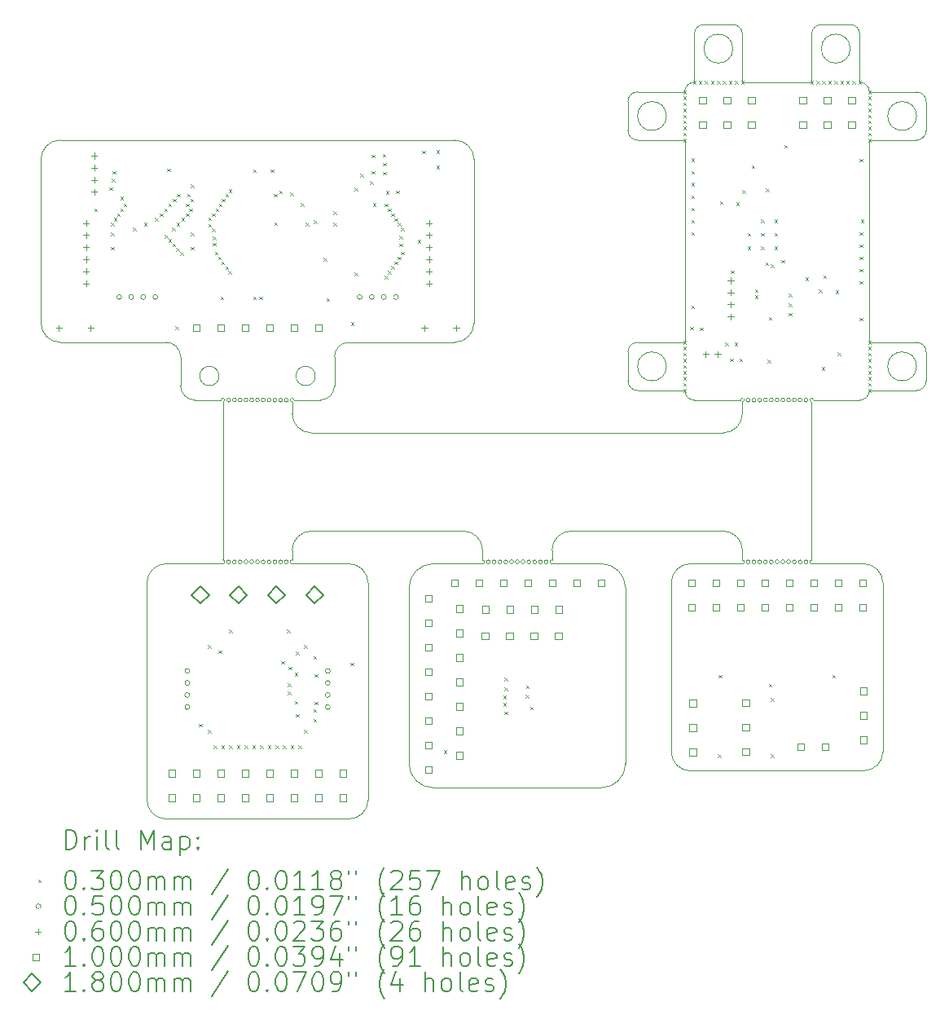
<source format=gbr>
%TF.GenerationSoftware,KiCad,Pcbnew,8.0.5*%
%TF.CreationDate,2024-12-31T14:00:20+11:00*%
%TF.ProjectId,Combined_Fabrication,436f6d62-696e-4656-945f-466162726963,rev?*%
%TF.SameCoordinates,Original*%
%TF.FileFunction,Drillmap*%
%TF.FilePolarity,Positive*%
%FSLAX45Y45*%
G04 Gerber Fmt 4.5, Leading zero omitted, Abs format (unit mm)*
G04 Created by KiCad (PCBNEW 8.0.5) date 2024-12-31 14:00:20*
%MOMM*%
%LPD*%
G01*
G04 APERTURE LIST*
%ADD10C,0.050000*%
%ADD11C,0.200000*%
%ADD12C,0.100000*%
%ADD13C,0.180000*%
G04 APERTURE END LIST*
D10*
X14940000Y-9860000D02*
X14940000Y-9960000D01*
X15660000Y-9860000D02*
X15660000Y-9960000D01*
X17640000Y-9860000D02*
X17640000Y-9960000D01*
X15860000Y-9660000D02*
X17440000Y-9660000D01*
X17640000Y-8440000D02*
X17640000Y-8320000D01*
X13160000Y-8640000D02*
X17440000Y-8640000D01*
X13160000Y-9660000D02*
X14740000Y-9660000D01*
X12960000Y-9960000D02*
X12960000Y-9860000D01*
X12960000Y-8320000D02*
X12960000Y-8440000D01*
X17440000Y-9660000D02*
G75*
G02*
X17640000Y-9860000I0J-200000D01*
G01*
X17640000Y-8440000D02*
G75*
G02*
X17440000Y-8640000I-200000J0D01*
G01*
X15660000Y-9860000D02*
G75*
G02*
X15860000Y-9660000I200000J0D01*
G01*
X14740000Y-9660000D02*
G75*
G02*
X14940000Y-9860000I0J-200000D01*
G01*
X12960000Y-9860000D02*
G75*
G02*
X13160000Y-9660000I200000J0D01*
G01*
X13160000Y-8640000D02*
G75*
G02*
X12960000Y-8440000I0J200000D01*
G01*
X12240000Y-9960000D02*
X12240000Y-8320000D01*
X18360000Y-9960000D02*
X18360000Y-8320000D01*
X18380000Y-8300000D02*
X18860000Y-8300000D01*
X17140000Y-8300000D02*
X17620000Y-8300000D01*
X17620000Y-8300000D02*
G75*
G02*
X17640000Y-8320000I20000J0D01*
G01*
X17840000Y-8300000D02*
G75*
G02*
X17800000Y-8300000I-20000J0D01*
G01*
X17800000Y-8300000D02*
G75*
G02*
X17840000Y-8300000I20000J0D01*
G01*
X18360000Y-8320000D02*
G75*
G02*
X18380000Y-8300000I0J20000D01*
G01*
X18140000Y-8300000D02*
G75*
G02*
X18100000Y-8300000I-20000J0D01*
G01*
X18100000Y-8300000D02*
G75*
G02*
X18140000Y-8300000I20000J0D01*
G01*
X17720000Y-8300000D02*
G75*
G02*
X17680000Y-8300000I-20000J0D01*
G01*
X17680000Y-8300000D02*
G75*
G02*
X17720000Y-8300000I20000J0D01*
G01*
X18260000Y-8300000D02*
G75*
G02*
X18220000Y-8300000I-20000J0D01*
G01*
X18220000Y-8300000D02*
G75*
G02*
X18260000Y-8300000I20000J0D01*
G01*
X17960000Y-8300000D02*
G75*
G02*
X17920000Y-8300000I-20000J0D01*
G01*
X17920000Y-8300000D02*
G75*
G02*
X17960000Y-8300000I20000J0D01*
G01*
X18320000Y-8300000D02*
G75*
G02*
X18280000Y-8300000I-20000J0D01*
G01*
X18280000Y-8300000D02*
G75*
G02*
X18320000Y-8300000I20000J0D01*
G01*
X17780000Y-8300000D02*
G75*
G02*
X17740000Y-8300000I-20000J0D01*
G01*
X17740000Y-8300000D02*
G75*
G02*
X17780000Y-8300000I20000J0D01*
G01*
X17900000Y-8300000D02*
G75*
G02*
X17860000Y-8300000I-20000J0D01*
G01*
X17860000Y-8300000D02*
G75*
G02*
X17900000Y-8300000I20000J0D01*
G01*
X18020000Y-8300000D02*
G75*
G02*
X17980000Y-8300000I-20000J0D01*
G01*
X17980000Y-8300000D02*
G75*
G02*
X18020000Y-8300000I20000J0D01*
G01*
X18080000Y-8300000D02*
G75*
G02*
X18040000Y-8300000I-20000J0D01*
G01*
X18040000Y-8300000D02*
G75*
G02*
X18080000Y-8300000I20000J0D01*
G01*
X18200000Y-8300000D02*
G75*
G02*
X18160000Y-8300000I-20000J0D01*
G01*
X18160000Y-8300000D02*
G75*
G02*
X18200000Y-8300000I20000J0D01*
G01*
X18360000Y-10000000D02*
X18900000Y-10000000D01*
X17100000Y-10000000D02*
X17640000Y-10000000D01*
X18360000Y-10000000D02*
G75*
G02*
X18360000Y-9960000I0J20000D01*
G01*
X18200000Y-9980000D02*
G75*
G02*
X18160000Y-9980000I-20000J0D01*
G01*
X18160000Y-9980000D02*
G75*
G02*
X18200000Y-9980000I20000J0D01*
G01*
X17640000Y-9960000D02*
G75*
G02*
X17640000Y-10000000I0J-20000D01*
G01*
X17900000Y-9980000D02*
G75*
G02*
X17860000Y-9980000I-20000J0D01*
G01*
X17860000Y-9980000D02*
G75*
G02*
X17900000Y-9980000I20000J0D01*
G01*
X18320000Y-9980000D02*
G75*
G02*
X18280000Y-9980000I-20000J0D01*
G01*
X18280000Y-9980000D02*
G75*
G02*
X18320000Y-9980000I20000J0D01*
G01*
X17780000Y-9980000D02*
G75*
G02*
X17740000Y-9980000I-20000J0D01*
G01*
X17740000Y-9980000D02*
G75*
G02*
X17780000Y-9980000I20000J0D01*
G01*
X18080000Y-9980000D02*
G75*
G02*
X18040000Y-9980000I-20000J0D01*
G01*
X18040000Y-9980000D02*
G75*
G02*
X18080000Y-9980000I20000J0D01*
G01*
X17720000Y-9980000D02*
G75*
G02*
X17680000Y-9980000I-20000J0D01*
G01*
X17680000Y-9980000D02*
G75*
G02*
X17720000Y-9980000I20000J0D01*
G01*
X18260000Y-9980000D02*
G75*
G02*
X18220000Y-9980000I-20000J0D01*
G01*
X18220000Y-9980000D02*
G75*
G02*
X18260000Y-9980000I20000J0D01*
G01*
X18140000Y-9980000D02*
G75*
G02*
X18100000Y-9980000I-20000J0D01*
G01*
X18100000Y-9980000D02*
G75*
G02*
X18140000Y-9980000I20000J0D01*
G01*
X18020000Y-9980000D02*
G75*
G02*
X17980000Y-9980000I-20000J0D01*
G01*
X17980000Y-9980000D02*
G75*
G02*
X18020000Y-9980000I20000J0D01*
G01*
X17960000Y-9980000D02*
G75*
G02*
X17920000Y-9980000I-20000J0D01*
G01*
X17920000Y-9980000D02*
G75*
G02*
X17960000Y-9980000I20000J0D01*
G01*
X17840000Y-9980000D02*
G75*
G02*
X17800000Y-9980000I-20000J0D01*
G01*
X17800000Y-9980000D02*
G75*
G02*
X17840000Y-9980000I20000J0D01*
G01*
X16175000Y-10000000D02*
X15660000Y-10000000D01*
X14425000Y-10000000D02*
X14940000Y-10000000D01*
X15660000Y-10000000D02*
G75*
G02*
X15660000Y-9960000I0J20000D01*
G01*
X15500000Y-9980000D02*
G75*
G02*
X15460000Y-9980000I-20000J0D01*
G01*
X15460000Y-9980000D02*
G75*
G02*
X15500000Y-9980000I20000J0D01*
G01*
X14940000Y-9960000D02*
G75*
G02*
X14940000Y-10000000I0J-20000D01*
G01*
X15200000Y-9980000D02*
G75*
G02*
X15160000Y-9980000I-20000J0D01*
G01*
X15160000Y-9980000D02*
G75*
G02*
X15200000Y-9980000I20000J0D01*
G01*
X15620000Y-9980000D02*
G75*
G02*
X15580000Y-9980000I-20000J0D01*
G01*
X15580000Y-9980000D02*
G75*
G02*
X15620000Y-9980000I20000J0D01*
G01*
X15080000Y-9980000D02*
G75*
G02*
X15040000Y-9980000I-20000J0D01*
G01*
X15040000Y-9980000D02*
G75*
G02*
X15080000Y-9980000I20000J0D01*
G01*
X15380000Y-9980000D02*
G75*
G02*
X15340000Y-9980000I-20000J0D01*
G01*
X15340000Y-9980000D02*
G75*
G02*
X15380000Y-9980000I20000J0D01*
G01*
X15020000Y-9980000D02*
G75*
G02*
X14980000Y-9980000I-20000J0D01*
G01*
X14980000Y-9980000D02*
G75*
G02*
X15020000Y-9980000I20000J0D01*
G01*
X15560000Y-9980000D02*
G75*
G02*
X15520000Y-9980000I-20000J0D01*
G01*
X15520000Y-9980000D02*
G75*
G02*
X15560000Y-9980000I20000J0D01*
G01*
X15440000Y-9980000D02*
G75*
G02*
X15400000Y-9980000I-20000J0D01*
G01*
X15400000Y-9980000D02*
G75*
G02*
X15440000Y-9980000I20000J0D01*
G01*
X15320000Y-9980000D02*
G75*
G02*
X15280000Y-9980000I-20000J0D01*
G01*
X15280000Y-9980000D02*
G75*
G02*
X15320000Y-9980000I20000J0D01*
G01*
X15260000Y-9980000D02*
G75*
G02*
X15220000Y-9980000I-20000J0D01*
G01*
X15220000Y-9980000D02*
G75*
G02*
X15260000Y-9980000I20000J0D01*
G01*
X15140000Y-9980000D02*
G75*
G02*
X15100000Y-9980000I-20000J0D01*
G01*
X15100000Y-9980000D02*
G75*
G02*
X15140000Y-9980000I20000J0D01*
G01*
X12960000Y-10000000D02*
X13550000Y-10000000D01*
X11650000Y-10000000D02*
X12240000Y-10000000D01*
X12960000Y-10000000D02*
G75*
G02*
X12960000Y-9960000I0J20000D01*
G01*
X12240000Y-9960000D02*
G75*
G02*
X12240000Y-10000000I0J-20000D01*
G01*
X12440000Y-9980000D02*
G75*
G02*
X12400000Y-9980000I-20000J0D01*
G01*
X12400000Y-9980000D02*
G75*
G02*
X12440000Y-9980000I20000J0D01*
G01*
X12920000Y-9980000D02*
G75*
G02*
X12880000Y-9980000I-20000J0D01*
G01*
X12880000Y-9980000D02*
G75*
G02*
X12920000Y-9980000I20000J0D01*
G01*
X12380000Y-9980000D02*
G75*
G02*
X12340000Y-9980000I-20000J0D01*
G01*
X12340000Y-9980000D02*
G75*
G02*
X12380000Y-9980000I20000J0D01*
G01*
X12680000Y-9980000D02*
G75*
G02*
X12640000Y-9980000I-20000J0D01*
G01*
X12640000Y-9980000D02*
G75*
G02*
X12680000Y-9980000I20000J0D01*
G01*
X12320000Y-9980000D02*
G75*
G02*
X12280000Y-9980000I-20000J0D01*
G01*
X12280000Y-9980000D02*
G75*
G02*
X12320000Y-9980000I20000J0D01*
G01*
X12620000Y-9980000D02*
G75*
G02*
X12580000Y-9980000I-20000J0D01*
G01*
X12580000Y-9980000D02*
G75*
G02*
X12620000Y-9980000I20000J0D01*
G01*
X12740000Y-9980000D02*
G75*
G02*
X12700000Y-9980000I-20000J0D01*
G01*
X12700000Y-9980000D02*
G75*
G02*
X12740000Y-9980000I20000J0D01*
G01*
X12800000Y-9980000D02*
G75*
G02*
X12760000Y-9980000I-20000J0D01*
G01*
X12760000Y-9980000D02*
G75*
G02*
X12800000Y-9980000I20000J0D01*
G01*
X12500000Y-9980000D02*
G75*
G02*
X12460000Y-9980000I-20000J0D01*
G01*
X12460000Y-9980000D02*
G75*
G02*
X12500000Y-9980000I20000J0D01*
G01*
X12860000Y-9980000D02*
G75*
G02*
X12820000Y-9980000I-20000J0D01*
G01*
X12820000Y-9980000D02*
G75*
G02*
X12860000Y-9980000I20000J0D01*
G01*
X12560000Y-9980000D02*
G75*
G02*
X12520000Y-9980000I-20000J0D01*
G01*
X12520000Y-9980000D02*
G75*
G02*
X12560000Y-9980000I20000J0D01*
G01*
X12980000Y-8300000D02*
X13250000Y-8300000D01*
X11950000Y-8300000D02*
X12220000Y-8300000D01*
X12960000Y-8320000D02*
G75*
G02*
X12980000Y-8300000I0J20000D01*
G01*
X12220000Y-8300000D02*
G75*
G02*
X12240000Y-8320000I20000J0D01*
G01*
X12680000Y-8300000D02*
G75*
G02*
X12640000Y-8300000I-20000J0D01*
G01*
X12640000Y-8300000D02*
G75*
G02*
X12680000Y-8300000I20000J0D01*
G01*
X12620000Y-8300000D02*
G75*
G02*
X12580000Y-8300000I-20000J0D01*
G01*
X12580000Y-8300000D02*
G75*
G02*
X12620000Y-8300000I20000J0D01*
G01*
X12560000Y-8300000D02*
G75*
G02*
X12520000Y-8300000I-20000J0D01*
G01*
X12520000Y-8300000D02*
G75*
G02*
X12560000Y-8300000I20000J0D01*
G01*
X12500000Y-8300000D02*
G75*
G02*
X12460000Y-8300000I-20000J0D01*
G01*
X12460000Y-8300000D02*
G75*
G02*
X12500000Y-8300000I20000J0D01*
G01*
X12440000Y-8300000D02*
G75*
G02*
X12400000Y-8300000I-20000J0D01*
G01*
X12400000Y-8300000D02*
G75*
G02*
X12440000Y-8300000I20000J0D01*
G01*
X12380000Y-8300000D02*
G75*
G02*
X12340000Y-8300000I-20000J0D01*
G01*
X12340000Y-8300000D02*
G75*
G02*
X12380000Y-8300000I20000J0D01*
G01*
X12320000Y-8300000D02*
G75*
G02*
X12280000Y-8300000I-20000J0D01*
G01*
X12280000Y-8300000D02*
G75*
G02*
X12320000Y-8300000I20000J0D01*
G01*
X16850000Y-7950000D02*
G75*
G02*
X16550000Y-7950000I-150000J0D01*
G01*
X16550000Y-7950000D02*
G75*
G02*
X16850000Y-7950000I150000J0D01*
G01*
X18360000Y-4500000D02*
X18360000Y-5000000D01*
X19550000Y-5500000D02*
G75*
G02*
X19450000Y-5600000I-100000J0D01*
G01*
X17140000Y-8300000D02*
G75*
G02*
X17040000Y-8200000I0J100000D01*
G01*
X17040000Y-7700000D02*
X17040000Y-5600000D01*
X19450000Y-5600000D02*
X18960000Y-5600000D01*
X18460000Y-4400000D02*
X18760000Y-4400000D01*
X19450000Y-5100000D02*
G75*
G02*
X19550000Y-5200000I0J-100000D01*
G01*
X19550000Y-8100000D02*
G75*
G02*
X19450000Y-8200000I-100000J0D01*
G01*
X18760000Y-4400000D02*
G75*
G02*
X18860000Y-4500000I0J-100000D01*
G01*
X16450000Y-8100000D02*
X16450000Y-7800000D01*
X18960000Y-8200000D02*
G75*
G02*
X18860000Y-8300000I-100000J0D01*
G01*
X18860000Y-4500000D02*
X18860000Y-5000000D01*
X19450000Y-8200000D02*
X18960000Y-8200000D01*
X19450000Y-5350000D02*
G75*
G02*
X19150000Y-5350000I-150000J0D01*
G01*
X19150000Y-5350000D02*
G75*
G02*
X19450000Y-5350000I150000J0D01*
G01*
X16450000Y-5500000D02*
X16450000Y-5200000D01*
X19450000Y-5100000D02*
X18960000Y-5100000D01*
X16550000Y-7700000D02*
X17040000Y-7700000D01*
X16550000Y-5600000D02*
X17040000Y-5600000D01*
X17040000Y-5100000D02*
G75*
G02*
X17140000Y-5000000I100000J0D01*
G01*
X16450000Y-7800000D02*
G75*
G02*
X16550000Y-7700000I100000J0D01*
G01*
X17240000Y-4400000D02*
X17540000Y-4400000D01*
X18960000Y-5600000D02*
X18960000Y-7700000D01*
X16450000Y-5200000D02*
G75*
G02*
X16550000Y-5100000I100000J0D01*
G01*
X17140000Y-4500000D02*
G75*
G02*
X17240000Y-4400000I100000J0D01*
G01*
X19450000Y-7700000D02*
X18960000Y-7700000D01*
X16550000Y-5600000D02*
G75*
G02*
X16450000Y-5500000I0J100000D01*
G01*
X18760000Y-4650000D02*
G75*
G02*
X18460000Y-4650000I-150000J0D01*
G01*
X18460000Y-4650000D02*
G75*
G02*
X18760000Y-4650000I150000J0D01*
G01*
X16550000Y-8200000D02*
X17040000Y-8200000D01*
X17540000Y-4650000D02*
G75*
G02*
X17240000Y-4650000I-150000J0D01*
G01*
X17240000Y-4650000D02*
G75*
G02*
X17540000Y-4650000I150000J0D01*
G01*
X17640000Y-4500000D02*
X17640000Y-5000000D01*
X17140000Y-4500000D02*
X17140000Y-5000000D01*
X19450000Y-7950000D02*
G75*
G02*
X19150000Y-7950000I-150000J0D01*
G01*
X19150000Y-7950000D02*
G75*
G02*
X19450000Y-7950000I150000J0D01*
G01*
X19450000Y-7700000D02*
G75*
G02*
X19550000Y-7800000I0J-100000D01*
G01*
X19550000Y-5200000D02*
X19550000Y-5500000D01*
X19550000Y-7800000D02*
X19550000Y-8100000D01*
X17540000Y-4400000D02*
G75*
G02*
X17640000Y-4500000I0J-100000D01*
G01*
X17640000Y-5000000D02*
X18360000Y-5000000D01*
X16550000Y-8200000D02*
G75*
G02*
X16450000Y-8100000I0J100000D01*
G01*
X16850000Y-5350000D02*
G75*
G02*
X16550000Y-5350000I-150000J0D01*
G01*
X16550000Y-5350000D02*
G75*
G02*
X16850000Y-5350000I150000J0D01*
G01*
X18360000Y-4500000D02*
G75*
G02*
X18460000Y-4400000I100000J0D01*
G01*
X18860000Y-5000000D02*
G75*
G02*
X18960000Y-5100000I0J-100000D01*
G01*
X16550000Y-5100000D02*
X17040000Y-5100000D01*
X18900000Y-10000000D02*
G75*
G02*
X19100000Y-10200000I0J-200000D01*
G01*
X16900000Y-11950000D02*
X16900000Y-10200000D01*
X19100000Y-11950000D02*
G75*
G02*
X18900000Y-12150000I-200000J0D01*
G01*
X16900000Y-10200000D02*
G75*
G02*
X17100000Y-10000000I200000J0D01*
G01*
X17100000Y-12150000D02*
G75*
G02*
X16900000Y-11950000I0J200000D01*
G01*
X18900000Y-12150000D02*
X17100000Y-12150000D01*
X19100000Y-10200000D02*
X19100000Y-11950000D01*
X11650000Y-12650000D02*
X13550000Y-12650000D01*
X11450000Y-10200000D02*
G75*
G02*
X11650000Y-10000000I200000J0D01*
G01*
X13550000Y-10000000D02*
G75*
G02*
X13750000Y-10200000I0J-200000D01*
G01*
X13750000Y-12450000D02*
X13750000Y-10200000D01*
X11450000Y-12450000D02*
X11450000Y-10200000D01*
X11650000Y-12650000D02*
G75*
G02*
X11450000Y-12450000I0J200000D01*
G01*
X13750000Y-12450000D02*
G75*
G02*
X13550000Y-12650000I-200000J0D01*
G01*
X10550000Y-7700000D02*
G75*
G02*
X10350000Y-7500000I0J200000D01*
G01*
X10550000Y-7700000D02*
X11650000Y-7700000D01*
X10350000Y-7500000D02*
X10350000Y-5800000D01*
X13550000Y-7700000D02*
X14650000Y-7700000D01*
X10550000Y-5600000D02*
X14650000Y-5600000D01*
X10350000Y-5800000D02*
G75*
G02*
X10550000Y-5600000I200000J0D01*
G01*
X11950000Y-8300000D02*
G75*
G02*
X11800000Y-8150000I0J150000D01*
G01*
X13400000Y-8150000D02*
G75*
G02*
X13250000Y-8300000I-150000J0D01*
G01*
X13200000Y-8050000D02*
G75*
G02*
X13000000Y-8050000I-100000J0D01*
G01*
X13000000Y-8050000D02*
G75*
G02*
X13200000Y-8050000I100000J0D01*
G01*
X14850000Y-5800000D02*
X14850000Y-7500000D01*
X11650000Y-7700000D02*
G75*
G02*
X11800000Y-7850000I0J-150000D01*
G01*
X14850000Y-7500000D02*
G75*
G02*
X14650000Y-7700000I-200000J0D01*
G01*
X11800000Y-7850000D02*
X11800000Y-8150000D01*
X14650000Y-5600000D02*
G75*
G02*
X14850000Y-5800000I0J-200000D01*
G01*
X13400000Y-7850000D02*
G75*
G02*
X13550000Y-7700000I150000J0D01*
G01*
X12200000Y-8050000D02*
G75*
G02*
X12000000Y-8050000I-100000J0D01*
G01*
X12000000Y-8050000D02*
G75*
G02*
X12200000Y-8050000I100000J0D01*
G01*
X13400000Y-8150000D02*
X13400000Y-7850000D01*
X14175000Y-12075000D02*
X14175000Y-10250000D01*
X16425000Y-10250000D02*
X16425000Y-12075000D01*
X16425000Y-12075000D02*
G75*
G02*
X16175000Y-12325000I-250000J0D01*
G01*
X16175000Y-12325000D02*
X14425000Y-12325000D01*
X14425000Y-12325000D02*
G75*
G02*
X14175000Y-12075000I0J250000D01*
G01*
X16175000Y-10000000D02*
G75*
G02*
X16425000Y-10250000I0J-250000D01*
G01*
X14175000Y-10250000D02*
G75*
G02*
X14425000Y-10000000I250000J0D01*
G01*
X12920000Y-8300000D02*
G75*
G02*
X12880000Y-8300000I-20000J0D01*
G01*
X12880000Y-8300000D02*
G75*
G02*
X12920000Y-8300000I20000J0D01*
G01*
X12740000Y-8300000D02*
G75*
G02*
X12700000Y-8300000I-20000J0D01*
G01*
X12700000Y-8300000D02*
G75*
G02*
X12740000Y-8300000I20000J0D01*
G01*
X12860000Y-8300000D02*
G75*
G02*
X12820000Y-8300000I-20000J0D01*
G01*
X12820000Y-8300000D02*
G75*
G02*
X12860000Y-8300000I20000J0D01*
G01*
X12800000Y-8300000D02*
G75*
G02*
X12760000Y-8300000I-20000J0D01*
G01*
X12760000Y-8300000D02*
G75*
G02*
X12800000Y-8300000I20000J0D01*
G01*
D11*
D12*
X10905000Y-6310000D02*
X10935000Y-6340000D01*
X10935000Y-6310000D02*
X10905000Y-6340000D01*
X11060000Y-6090000D02*
X11090000Y-6120000D01*
X11090000Y-6090000D02*
X11060000Y-6120000D01*
X11075000Y-6460000D02*
X11105000Y-6490000D01*
X11105000Y-6460000D02*
X11075000Y-6490000D01*
X11075000Y-6710000D02*
X11105000Y-6740000D01*
X11105000Y-6710000D02*
X11075000Y-6740000D01*
X11075000Y-6560000D02*
X11105000Y-6590000D01*
X11105000Y-6560000D02*
X11075000Y-6590000D01*
X11085000Y-6000000D02*
X11115000Y-6030000D01*
X11115000Y-6000000D02*
X11085000Y-6030000D01*
X11095000Y-5920000D02*
X11125000Y-5950000D01*
X11125000Y-5920000D02*
X11095000Y-5950000D01*
X11108167Y-6410000D02*
X11138167Y-6440000D01*
X11138167Y-6410000D02*
X11108167Y-6440000D01*
X11142101Y-6360518D02*
X11172101Y-6390518D01*
X11172101Y-6360518D02*
X11142101Y-6390518D01*
X11173456Y-6309362D02*
X11203456Y-6339362D01*
X11203456Y-6309362D02*
X11173456Y-6339362D01*
X11175000Y-6190000D02*
X11205000Y-6220000D01*
X11205000Y-6190000D02*
X11175000Y-6220000D01*
X11208226Y-6260464D02*
X11238226Y-6290464D01*
X11238226Y-6260464D02*
X11208226Y-6290464D01*
X11305000Y-6510000D02*
X11335000Y-6540000D01*
X11335000Y-6510000D02*
X11305000Y-6540000D01*
X11420000Y-6460000D02*
X11450000Y-6490000D01*
X11450000Y-6460000D02*
X11420000Y-6490000D01*
X11535000Y-6410000D02*
X11565000Y-6440000D01*
X11565000Y-6410000D02*
X11535000Y-6440000D01*
X11585000Y-6360000D02*
X11615000Y-6390000D01*
X11615000Y-6360000D02*
X11585000Y-6390000D01*
X11630000Y-6310000D02*
X11660000Y-6340000D01*
X11660000Y-6310000D02*
X11630000Y-6340000D01*
X11635000Y-6585000D02*
X11665000Y-6615000D01*
X11665000Y-6585000D02*
X11635000Y-6615000D01*
X11660000Y-5895000D02*
X11690000Y-5925000D01*
X11690000Y-5895000D02*
X11660000Y-5925000D01*
X11675000Y-6260000D02*
X11705000Y-6290000D01*
X11705000Y-6260000D02*
X11675000Y-6290000D01*
X11675000Y-6630000D02*
X11705000Y-6660000D01*
X11705000Y-6630000D02*
X11675000Y-6660000D01*
X11710000Y-6510000D02*
X11740000Y-6540000D01*
X11740000Y-6510000D02*
X11710000Y-6540000D01*
X11715000Y-6675000D02*
X11745000Y-6705000D01*
X11745000Y-6675000D02*
X11715000Y-6705000D01*
X11720000Y-6210000D02*
X11750000Y-6240000D01*
X11750000Y-6210000D02*
X11720000Y-6240000D01*
X11745000Y-7535000D02*
X11775000Y-7565000D01*
X11775000Y-7535000D02*
X11745000Y-7565000D01*
X11755000Y-6720000D02*
X11785000Y-6750000D01*
X11785000Y-6720000D02*
X11755000Y-6750000D01*
X11760000Y-6460000D02*
X11790000Y-6490000D01*
X11790000Y-6460000D02*
X11760000Y-6490000D01*
X11765000Y-6160000D02*
X11795000Y-6190000D01*
X11795000Y-6160000D02*
X11765000Y-6190000D01*
X11795000Y-6765000D02*
X11825000Y-6795000D01*
X11825000Y-6765000D02*
X11795000Y-6795000D01*
X11810000Y-6410000D02*
X11840000Y-6440000D01*
X11840000Y-6410000D02*
X11810000Y-6440000D01*
X11855000Y-6260000D02*
X11885000Y-6290000D01*
X11885000Y-6260000D02*
X11855000Y-6290000D01*
X11855000Y-6360000D02*
X11885000Y-6390000D01*
X11885000Y-6360000D02*
X11855000Y-6390000D01*
X11870000Y-6160000D02*
X11900000Y-6190000D01*
X11900000Y-6160000D02*
X11870000Y-6190000D01*
X11890000Y-6310000D02*
X11920000Y-6340000D01*
X11920000Y-6310000D02*
X11890000Y-6340000D01*
X11903282Y-6209923D02*
X11933282Y-6239923D01*
X11933282Y-6209923D02*
X11903282Y-6239923D01*
X11905000Y-6060000D02*
X11935000Y-6090000D01*
X11935000Y-6060000D02*
X11905000Y-6090000D01*
X11905000Y-6560000D02*
X11935000Y-6590000D01*
X11935000Y-6560000D02*
X11905000Y-6590000D01*
X11905000Y-6710000D02*
X11935000Y-6740000D01*
X11935000Y-6710000D02*
X11905000Y-6740000D01*
X11989286Y-11659993D02*
X12019286Y-11689993D01*
X12019286Y-11659993D02*
X11989286Y-11689993D01*
X12085000Y-10845000D02*
X12115000Y-10875000D01*
X12115000Y-10845000D02*
X12085000Y-10875000D01*
X12085000Y-11725000D02*
X12115000Y-11755000D01*
X12115000Y-11725000D02*
X12085000Y-11755000D01*
X12090000Y-6405000D02*
X12120000Y-6435000D01*
X12120000Y-6405000D02*
X12090000Y-6435000D01*
X12090000Y-6470000D02*
X12120000Y-6500000D01*
X12120000Y-6470000D02*
X12090000Y-6500000D01*
X12124874Y-6518824D02*
X12154874Y-6548824D01*
X12154874Y-6518824D02*
X12124874Y-6548824D01*
X12129048Y-6359444D02*
X12159048Y-6389444D01*
X12159048Y-6359444D02*
X12129048Y-6389444D01*
X12135000Y-6602500D02*
X12165000Y-6632500D01*
X12165000Y-6602500D02*
X12135000Y-6632500D01*
X12135000Y-6667500D02*
X12165000Y-6697500D01*
X12165000Y-6667500D02*
X12135000Y-6697500D01*
X12144998Y-11885000D02*
X12174998Y-11915000D01*
X12174998Y-11885000D02*
X12144998Y-11915000D01*
X12155000Y-6760000D02*
X12185000Y-6790000D01*
X12185000Y-6760000D02*
X12155000Y-6790000D01*
X12163835Y-6310558D02*
X12193835Y-6340558D01*
X12193835Y-6310558D02*
X12163835Y-6340558D01*
X12190000Y-6810000D02*
X12220000Y-6840000D01*
X12220000Y-6810000D02*
X12190000Y-6840000D01*
X12194090Y-10900511D02*
X12224090Y-10930511D01*
X12224090Y-10900511D02*
X12194090Y-10930511D01*
X12197998Y-6261233D02*
X12227998Y-6291233D01*
X12227998Y-6261233D02*
X12197998Y-6291233D01*
X12215000Y-7225000D02*
X12245000Y-7255000D01*
X12245000Y-7225000D02*
X12215000Y-7255000D01*
X12224999Y-11885000D02*
X12254999Y-11915000D01*
X12254999Y-11885000D02*
X12224999Y-11915000D01*
X12225000Y-6860000D02*
X12255000Y-6890000D01*
X12255000Y-6860000D02*
X12225000Y-6890000D01*
X12230000Y-6210000D02*
X12260000Y-6240000D01*
X12260000Y-6210000D02*
X12230000Y-6240000D01*
X12265000Y-6160000D02*
X12295000Y-6190000D01*
X12295000Y-6160000D02*
X12265000Y-6190000D01*
X12265000Y-6910000D02*
X12295000Y-6940000D01*
X12295000Y-6910000D02*
X12265000Y-6940000D01*
X12298282Y-6959923D02*
X12328282Y-6989923D01*
X12328282Y-6959923D02*
X12298282Y-6989923D01*
X12300000Y-6110000D02*
X12330000Y-6140000D01*
X12330000Y-6110000D02*
X12300000Y-6140000D01*
X12304999Y-11885000D02*
X12334999Y-11915000D01*
X12334999Y-11885000D02*
X12304999Y-11915000D01*
X12305000Y-10685000D02*
X12335000Y-10715000D01*
X12335000Y-10685000D02*
X12305000Y-10715000D01*
X12384999Y-11885000D02*
X12414999Y-11915000D01*
X12414999Y-11885000D02*
X12384999Y-11915000D01*
X12465000Y-11885000D02*
X12495000Y-11915000D01*
X12495000Y-11885000D02*
X12465000Y-11915000D01*
X12545000Y-11885000D02*
X12575000Y-11915000D01*
X12575000Y-11885000D02*
X12545000Y-11915000D01*
X12552500Y-7225000D02*
X12582500Y-7255000D01*
X12582500Y-7225000D02*
X12552500Y-7255000D01*
X12553750Y-5905000D02*
X12583750Y-5935000D01*
X12583750Y-5905000D02*
X12553750Y-5935000D01*
X12617500Y-7225000D02*
X12647500Y-7255000D01*
X12647500Y-7225000D02*
X12617500Y-7255000D01*
X12625000Y-11885000D02*
X12655000Y-11915000D01*
X12655000Y-11885000D02*
X12625000Y-11915000D01*
X12705000Y-11885000D02*
X12735000Y-11915000D01*
X12735000Y-11885000D02*
X12705000Y-11915000D01*
X12735000Y-5905000D02*
X12765000Y-5935000D01*
X12765000Y-5905000D02*
X12735000Y-5935000D01*
X12770000Y-6160000D02*
X12800000Y-6190000D01*
X12800000Y-6160000D02*
X12770000Y-6190000D01*
X12775000Y-6455000D02*
X12805000Y-6485000D01*
X12805000Y-6455000D02*
X12775000Y-6485000D01*
X12785000Y-11885000D02*
X12815000Y-11915000D01*
X12815000Y-11885000D02*
X12785000Y-11915000D01*
X12825000Y-6125000D02*
X12855000Y-6155000D01*
X12855000Y-6125000D02*
X12825000Y-6155000D01*
X12845000Y-11009993D02*
X12875000Y-11039993D01*
X12875000Y-11009993D02*
X12845000Y-11039993D01*
X12865001Y-11885000D02*
X12895001Y-11915000D01*
X12895001Y-11885000D02*
X12865001Y-11915000D01*
X12905000Y-10685000D02*
X12935000Y-10715000D01*
X12935000Y-10685000D02*
X12905000Y-10715000D01*
X12915000Y-11242665D02*
X12945000Y-11272665D01*
X12945000Y-11242665D02*
X12915000Y-11272665D01*
X12915000Y-11325000D02*
X12945000Y-11355000D01*
X12945000Y-11325000D02*
X12915000Y-11355000D01*
X12925000Y-11070000D02*
X12955000Y-11100000D01*
X12955000Y-11070000D02*
X12925000Y-11100000D01*
X12940000Y-6145000D02*
X12970000Y-6175000D01*
X12970000Y-6145000D02*
X12940000Y-6175000D01*
X12945001Y-11885000D02*
X12975001Y-11915000D01*
X12975001Y-11885000D02*
X12945001Y-11915000D01*
X12985000Y-11425000D02*
X13015000Y-11455000D01*
X13015000Y-11425000D02*
X12985000Y-11455000D01*
X12986493Y-11132873D02*
X13016493Y-11162873D01*
X13016493Y-11132873D02*
X12986493Y-11162873D01*
X12999286Y-10909993D02*
X13029286Y-10939993D01*
X13029286Y-10909993D02*
X12999286Y-10939993D01*
X12999286Y-11559993D02*
X13029286Y-11589993D01*
X13029286Y-11559993D02*
X12999286Y-11589993D01*
X13025001Y-11885000D02*
X13055001Y-11915000D01*
X13055001Y-11885000D02*
X13025001Y-11915000D01*
X13050000Y-6255000D02*
X13080000Y-6285000D01*
X13080000Y-6255000D02*
X13050000Y-6285000D01*
X13085000Y-11725000D02*
X13115000Y-11755000D01*
X13115000Y-11725000D02*
X13085000Y-11755000D01*
X13085000Y-10845000D02*
X13115000Y-10875000D01*
X13115000Y-10845000D02*
X13085000Y-10875000D01*
X13100000Y-6460000D02*
X13130000Y-6490000D01*
X13130000Y-6460000D02*
X13100000Y-6490000D01*
X13180707Y-10960000D02*
X13210707Y-10990000D01*
X13210707Y-10960000D02*
X13180707Y-10990000D01*
X13180707Y-11610000D02*
X13210707Y-11640000D01*
X13210707Y-11610000D02*
X13180707Y-11640000D01*
X13180713Y-11510005D02*
X13210713Y-11540005D01*
X13210713Y-11510005D02*
X13180713Y-11540005D01*
X13185000Y-6435000D02*
X13215000Y-6465000D01*
X13215000Y-6435000D02*
X13185000Y-6465000D01*
X13193101Y-11430970D02*
X13223101Y-11460970D01*
X13223101Y-11430970D02*
X13193101Y-11460970D01*
X13195000Y-11145000D02*
X13225000Y-11175000D01*
X13225000Y-11145000D02*
X13195000Y-11175000D01*
X13285000Y-6825000D02*
X13315000Y-6855000D01*
X13315000Y-6825000D02*
X13285000Y-6855000D01*
X13315000Y-7240000D02*
X13345000Y-7270000D01*
X13345000Y-7240000D02*
X13315000Y-7270000D01*
X13390000Y-6460000D02*
X13420000Y-6490000D01*
X13420000Y-6460000D02*
X13390000Y-6490000D01*
X13390000Y-6340000D02*
X13420000Y-6370000D01*
X13420000Y-6340000D02*
X13390000Y-6370000D01*
X13565000Y-11025000D02*
X13595000Y-11055000D01*
X13595000Y-11025000D02*
X13565000Y-11055000D01*
X13570000Y-7490000D02*
X13600000Y-7520000D01*
X13600000Y-7490000D02*
X13570000Y-7520000D01*
X13610000Y-6095000D02*
X13640000Y-6125000D01*
X13640000Y-6095000D02*
X13610000Y-6125000D01*
X13610000Y-6975000D02*
X13640000Y-7005000D01*
X13640000Y-6975000D02*
X13610000Y-7005000D01*
X13670000Y-5950000D02*
X13700000Y-5980000D01*
X13700000Y-5950000D02*
X13670000Y-5980000D01*
X13770000Y-6025000D02*
X13800000Y-6055000D01*
X13800000Y-6025000D02*
X13770000Y-6055000D01*
X13785000Y-5750000D02*
X13815000Y-5780000D01*
X13815000Y-5750000D02*
X13785000Y-5780000D01*
X13785000Y-5920000D02*
X13815000Y-5950000D01*
X13815000Y-5920000D02*
X13785000Y-5950000D01*
X13800000Y-6255000D02*
X13830000Y-6285000D01*
X13830000Y-6255000D02*
X13800000Y-6285000D01*
X13900000Y-5745000D02*
X13930000Y-5775000D01*
X13930000Y-5745000D02*
X13900000Y-5775000D01*
X13905000Y-5930000D02*
X13935000Y-5960000D01*
X13935000Y-5930000D02*
X13905000Y-5960000D01*
X13905000Y-5835000D02*
X13935000Y-5865000D01*
X13935000Y-5835000D02*
X13905000Y-5865000D01*
X13923457Y-6260562D02*
X13953457Y-6290562D01*
X13953457Y-6260562D02*
X13923457Y-6290562D01*
X13923608Y-7009465D02*
X13953608Y-7039465D01*
X13953608Y-7009465D02*
X13923608Y-7039465D01*
X13935000Y-6130000D02*
X13965000Y-6160000D01*
X13965000Y-6130000D02*
X13935000Y-6160000D01*
X13957188Y-6959742D02*
X13987188Y-6989742D01*
X13987188Y-6959742D02*
X13957188Y-6989742D01*
X13957641Y-6309873D02*
X13987641Y-6339873D01*
X13987641Y-6309873D02*
X13957641Y-6339873D01*
X13987793Y-6908135D02*
X14017793Y-6938135D01*
X14017793Y-6908135D02*
X13987793Y-6938135D01*
X13989037Y-6361003D02*
X14019037Y-6391003D01*
X14019037Y-6361003D02*
X13989037Y-6391003D01*
X14022182Y-6411017D02*
X14052182Y-6441017D01*
X14052182Y-6411017D02*
X14022182Y-6441017D01*
X14022335Y-6859075D02*
X14052335Y-6889075D01*
X14052335Y-6859075D02*
X14022335Y-6889075D01*
X14040000Y-6125000D02*
X14070000Y-6155000D01*
X14070000Y-6125000D02*
X14040000Y-6155000D01*
X14055174Y-6808859D02*
X14085174Y-6838859D01*
X14085174Y-6808859D02*
X14055174Y-6838859D01*
X14056833Y-6460000D02*
X14086833Y-6490000D01*
X14086833Y-6460000D02*
X14056833Y-6490000D01*
X14075000Y-6675000D02*
X14105000Y-6705000D01*
X14105000Y-6675000D02*
X14075000Y-6705000D01*
X14075000Y-6595000D02*
X14105000Y-6625000D01*
X14105000Y-6595000D02*
X14075000Y-6625000D01*
X14090000Y-6510000D02*
X14120000Y-6540000D01*
X14120000Y-6510000D02*
X14090000Y-6540000D01*
X14090000Y-6760000D02*
X14120000Y-6790000D01*
X14120000Y-6760000D02*
X14090000Y-6790000D01*
X14265000Y-6635000D02*
X14295000Y-6665000D01*
X14295000Y-6635000D02*
X14265000Y-6665000D01*
X14310000Y-5710000D02*
X14340000Y-5740000D01*
X14340000Y-5710000D02*
X14310000Y-5740000D01*
X14460000Y-5705000D02*
X14490000Y-5735000D01*
X14490000Y-5705000D02*
X14460000Y-5735000D01*
X14460000Y-5867500D02*
X14490000Y-5897500D01*
X14490000Y-5867500D02*
X14460000Y-5897500D01*
X14535000Y-11935000D02*
X14565000Y-11965000D01*
X14565000Y-11935000D02*
X14535000Y-11965000D01*
X15153095Y-11367319D02*
X15183095Y-11397319D01*
X15183095Y-11367319D02*
X15153095Y-11397319D01*
X15155458Y-11447284D02*
X15185458Y-11477284D01*
X15185458Y-11447284D02*
X15155458Y-11477284D01*
X15164290Y-11285003D02*
X15194290Y-11315003D01*
X15194290Y-11285003D02*
X15164290Y-11315003D01*
X15164290Y-11535003D02*
X15194290Y-11565003D01*
X15194290Y-11535003D02*
X15164290Y-11565003D01*
X15164290Y-11184997D02*
X15194290Y-11214997D01*
X15194290Y-11184997D02*
X15164290Y-11214997D01*
X15385000Y-11360000D02*
X15415000Y-11390000D01*
X15415000Y-11360000D02*
X15385000Y-11390000D01*
X15389923Y-11263282D02*
X15419923Y-11293282D01*
X15419923Y-11263282D02*
X15389923Y-11293282D01*
X15435000Y-11485000D02*
X15465000Y-11515000D01*
X15465000Y-11485000D02*
X15435000Y-11515000D01*
X17025000Y-5335000D02*
X17055000Y-5365000D01*
X17055000Y-5335000D02*
X17025000Y-5365000D01*
X17025000Y-5085000D02*
X17055000Y-5115000D01*
X17055000Y-5085000D02*
X17025000Y-5115000D01*
X17025000Y-7685000D02*
X17055000Y-7715000D01*
X17055000Y-7685000D02*
X17025000Y-7715000D01*
X17025000Y-7747500D02*
X17055000Y-7777500D01*
X17055000Y-7747500D02*
X17025000Y-7777500D01*
X17025000Y-7935000D02*
X17055000Y-7965000D01*
X17055000Y-7935000D02*
X17025000Y-7965000D01*
X17025000Y-7997500D02*
X17055000Y-8027500D01*
X17055000Y-7997500D02*
X17025000Y-8027500D01*
X17025000Y-5147500D02*
X17055000Y-5177500D01*
X17055000Y-5147500D02*
X17025000Y-5177500D01*
X17025000Y-5210000D02*
X17055000Y-5240000D01*
X17055000Y-5210000D02*
X17025000Y-5240000D01*
X17025000Y-5272500D02*
X17055000Y-5302500D01*
X17055000Y-5272500D02*
X17025000Y-5302500D01*
X17025000Y-5397500D02*
X17055000Y-5427500D01*
X17055000Y-5397500D02*
X17025000Y-5427500D01*
X17025000Y-5460000D02*
X17055000Y-5490000D01*
X17055000Y-5460000D02*
X17025000Y-5490000D01*
X17025000Y-5522500D02*
X17055000Y-5552500D01*
X17055000Y-5522500D02*
X17025000Y-5552500D01*
X17025000Y-5585000D02*
X17055000Y-5615000D01*
X17055000Y-5585000D02*
X17025000Y-5615000D01*
X17025000Y-7810000D02*
X17055000Y-7840000D01*
X17055000Y-7810000D02*
X17025000Y-7840000D01*
X17025000Y-7872500D02*
X17055000Y-7902500D01*
X17055000Y-7872500D02*
X17025000Y-7902500D01*
X17025000Y-8060000D02*
X17055000Y-8090000D01*
X17055000Y-8060000D02*
X17025000Y-8090000D01*
X17025000Y-8122500D02*
X17055000Y-8152500D01*
X17055000Y-8122500D02*
X17025000Y-8152500D01*
X17025000Y-8185000D02*
X17055000Y-8215000D01*
X17055000Y-8185000D02*
X17025000Y-8215000D01*
X17095000Y-7540000D02*
X17125000Y-7570000D01*
X17125000Y-7540000D02*
X17095000Y-7570000D01*
X17110000Y-6301000D02*
X17140000Y-6331000D01*
X17140000Y-6301000D02*
X17110000Y-6331000D01*
X17110000Y-5790000D02*
X17140000Y-5820000D01*
X17140000Y-5790000D02*
X17110000Y-5820000D01*
X17110000Y-5920000D02*
X17140000Y-5950000D01*
X17140000Y-5920000D02*
X17110000Y-5950000D01*
X17110000Y-6174000D02*
X17140000Y-6204000D01*
X17140000Y-6174000D02*
X17110000Y-6204000D01*
X17110000Y-6428000D02*
X17140000Y-6458000D01*
X17140000Y-6428000D02*
X17110000Y-6458000D01*
X17110000Y-6555000D02*
X17140000Y-6585000D01*
X17140000Y-6555000D02*
X17110000Y-6585000D01*
X17110000Y-6045000D02*
X17140000Y-6075000D01*
X17140000Y-6045000D02*
X17110000Y-6075000D01*
X17110000Y-7317000D02*
X17140000Y-7347000D01*
X17140000Y-7317000D02*
X17110000Y-7347000D01*
X17125000Y-4985000D02*
X17155000Y-5015000D01*
X17155000Y-4985000D02*
X17125000Y-5015000D01*
X17187500Y-4985000D02*
X17217500Y-5015000D01*
X17217500Y-4985000D02*
X17187500Y-5015000D01*
X17200000Y-7545000D02*
X17230000Y-7575000D01*
X17230000Y-7545000D02*
X17200000Y-7575000D01*
X17250000Y-4985000D02*
X17280000Y-5015000D01*
X17280000Y-4985000D02*
X17250000Y-5015000D01*
X17312500Y-4985000D02*
X17342500Y-5015000D01*
X17342500Y-4985000D02*
X17312500Y-5015000D01*
X17375000Y-4985000D02*
X17405000Y-5015000D01*
X17405000Y-4985000D02*
X17375000Y-5015000D01*
X17385000Y-11980000D02*
X17415000Y-12010000D01*
X17415000Y-11980000D02*
X17385000Y-12010000D01*
X17395000Y-11155000D02*
X17425000Y-11185000D01*
X17425000Y-11155000D02*
X17395000Y-11185000D01*
X17405000Y-6235000D02*
X17435000Y-6265000D01*
X17435000Y-6235000D02*
X17405000Y-6265000D01*
X17437500Y-4985000D02*
X17467500Y-5015000D01*
X17467500Y-4985000D02*
X17437500Y-5015000D01*
X17460000Y-7705000D02*
X17490000Y-7735000D01*
X17490000Y-7705000D02*
X17460000Y-7735000D01*
X17500000Y-4985000D02*
X17530000Y-5015000D01*
X17530000Y-4985000D02*
X17500000Y-5015000D01*
X17510000Y-7870000D02*
X17540000Y-7900000D01*
X17540000Y-7870000D02*
X17510000Y-7900000D01*
X17520000Y-6955000D02*
X17550000Y-6985000D01*
X17550000Y-6955000D02*
X17520000Y-6985000D01*
X17560000Y-7705000D02*
X17590000Y-7735000D01*
X17590000Y-7705000D02*
X17560000Y-7735000D01*
X17562500Y-4985000D02*
X17592500Y-5015000D01*
X17592500Y-4985000D02*
X17562500Y-5015000D01*
X17575000Y-6245000D02*
X17605000Y-6275000D01*
X17605000Y-6245000D02*
X17575000Y-6275000D01*
X17610000Y-7870000D02*
X17640000Y-7900000D01*
X17640000Y-7870000D02*
X17610000Y-7900000D01*
X17625000Y-4985000D02*
X17655000Y-5015000D01*
X17655000Y-4985000D02*
X17625000Y-5015000D01*
X17640000Y-6120000D02*
X17670000Y-6150000D01*
X17670000Y-6120000D02*
X17640000Y-6150000D01*
X17695000Y-6565000D02*
X17725000Y-6595000D01*
X17725000Y-6565000D02*
X17695000Y-6595000D01*
X17695000Y-6705000D02*
X17725000Y-6735000D01*
X17725000Y-6705000D02*
X17695000Y-6735000D01*
X17735000Y-5860000D02*
X17765000Y-5890000D01*
X17765000Y-5860000D02*
X17735000Y-5890000D01*
X17770000Y-7212500D02*
X17800000Y-7242500D01*
X17800000Y-7212500D02*
X17770000Y-7242500D01*
X17770000Y-7147500D02*
X17800000Y-7177500D01*
X17800000Y-7147500D02*
X17770000Y-7177500D01*
X17835000Y-6425000D02*
X17865000Y-6455000D01*
X17865000Y-6425000D02*
X17835000Y-6455000D01*
X17835000Y-6705000D02*
X17865000Y-6735000D01*
X17865000Y-6705000D02*
X17835000Y-6735000D01*
X17835000Y-6565000D02*
X17865000Y-6595000D01*
X17865000Y-6565000D02*
X17835000Y-6595000D01*
X17878612Y-6869496D02*
X17908612Y-6899496D01*
X17908612Y-6869496D02*
X17878612Y-6899496D01*
X17885000Y-6105000D02*
X17915000Y-6135000D01*
X17915000Y-6105000D02*
X17885000Y-6135000D01*
X17900000Y-7880000D02*
X17930000Y-7910000D01*
X17930000Y-7880000D02*
X17900000Y-7910000D01*
X17911928Y-11247500D02*
X17941928Y-11277500D01*
X17941928Y-11247500D02*
X17911928Y-11277500D01*
X17915000Y-7435000D02*
X17945000Y-7465000D01*
X17945000Y-7435000D02*
X17915000Y-7465000D01*
X17935000Y-6890000D02*
X17965000Y-6920000D01*
X17965000Y-6890000D02*
X17935000Y-6920000D01*
X17935000Y-11395000D02*
X17965000Y-11425000D01*
X17965000Y-11395000D02*
X17935000Y-11425000D01*
X17935000Y-11980000D02*
X17965000Y-12010000D01*
X17965000Y-11980000D02*
X17935000Y-12010000D01*
X17975000Y-6565000D02*
X18005000Y-6595000D01*
X18005000Y-6565000D02*
X17975000Y-6595000D01*
X17975000Y-6425000D02*
X18005000Y-6455000D01*
X18005000Y-6425000D02*
X17975000Y-6455000D01*
X17975000Y-6705000D02*
X18005000Y-6735000D01*
X18005000Y-6705000D02*
X17975000Y-6735000D01*
X18045000Y-6845000D02*
X18075000Y-6875000D01*
X18075000Y-6845000D02*
X18045000Y-6875000D01*
X18075000Y-5650000D02*
X18105000Y-5680000D01*
X18105000Y-5650000D02*
X18075000Y-5680000D01*
X18120000Y-7295000D02*
X18150000Y-7325000D01*
X18150000Y-7295000D02*
X18120000Y-7325000D01*
X18120000Y-7395000D02*
X18150000Y-7425000D01*
X18150000Y-7395000D02*
X18120000Y-7425000D01*
X18120000Y-7195000D02*
X18150000Y-7225000D01*
X18150000Y-7195000D02*
X18120000Y-7225000D01*
X18295000Y-7025000D02*
X18325000Y-7055000D01*
X18325000Y-7025000D02*
X18295000Y-7055000D01*
X18345000Y-4985000D02*
X18375000Y-5015000D01*
X18375000Y-4985000D02*
X18345000Y-5015000D01*
X18407500Y-4985000D02*
X18437500Y-5015000D01*
X18437500Y-4985000D02*
X18407500Y-5015000D01*
X18435000Y-7155000D02*
X18465000Y-7185000D01*
X18465000Y-7155000D02*
X18435000Y-7185000D01*
X18465000Y-7955000D02*
X18495000Y-7985000D01*
X18495000Y-7955000D02*
X18465000Y-7985000D01*
X18470000Y-4985000D02*
X18500000Y-5015000D01*
X18500000Y-4985000D02*
X18470000Y-5015000D01*
X18480000Y-7005000D02*
X18510000Y-7035000D01*
X18510000Y-7005000D02*
X18480000Y-7035000D01*
X18532500Y-4985000D02*
X18562500Y-5015000D01*
X18562500Y-4985000D02*
X18532500Y-5015000D01*
X18575000Y-11155000D02*
X18605000Y-11185000D01*
X18605000Y-11155000D02*
X18575000Y-11185000D01*
X18595000Y-4985000D02*
X18625000Y-5015000D01*
X18625000Y-4985000D02*
X18595000Y-5015000D01*
X18610000Y-7160000D02*
X18640000Y-7190000D01*
X18640000Y-7160000D02*
X18610000Y-7190000D01*
X18627500Y-7805000D02*
X18657500Y-7835000D01*
X18657500Y-7805000D02*
X18627500Y-7835000D01*
X18657500Y-4985000D02*
X18687500Y-5015000D01*
X18687500Y-4985000D02*
X18657500Y-5015000D01*
X18720000Y-4985000D02*
X18750000Y-5015000D01*
X18750000Y-4985000D02*
X18720000Y-5015000D01*
X18782500Y-4985000D02*
X18812500Y-5015000D01*
X18812500Y-4985000D02*
X18782500Y-5015000D01*
X18845000Y-4985000D02*
X18875000Y-5015000D01*
X18875000Y-4985000D02*
X18845000Y-5015000D01*
X18860000Y-5795000D02*
X18890000Y-5825000D01*
X18890000Y-5795000D02*
X18860000Y-5825000D01*
X18860000Y-6682000D02*
X18890000Y-6712000D01*
X18890000Y-6682000D02*
X18860000Y-6712000D01*
X18860000Y-7063000D02*
X18890000Y-7093000D01*
X18890000Y-7063000D02*
X18860000Y-7093000D01*
X18860000Y-6555000D02*
X18890000Y-6585000D01*
X18890000Y-6555000D02*
X18860000Y-6585000D01*
X18860000Y-6809000D02*
X18890000Y-6839000D01*
X18890000Y-6809000D02*
X18860000Y-6839000D01*
X18860000Y-6936000D02*
X18890000Y-6966000D01*
X18890000Y-6936000D02*
X18860000Y-6966000D01*
X18860000Y-7444000D02*
X18890000Y-7474000D01*
X18890000Y-7444000D02*
X18860000Y-7474000D01*
X18870000Y-6425000D02*
X18900000Y-6455000D01*
X18900000Y-6425000D02*
X18870000Y-6455000D01*
X18945000Y-5460000D02*
X18975000Y-5490000D01*
X18975000Y-5460000D02*
X18945000Y-5490000D01*
X18945000Y-7685000D02*
X18975000Y-7715000D01*
X18975000Y-7685000D02*
X18945000Y-7715000D01*
X18945000Y-7935000D02*
X18975000Y-7965000D01*
X18975000Y-7935000D02*
X18945000Y-7965000D01*
X18945000Y-5210000D02*
X18975000Y-5240000D01*
X18975000Y-5210000D02*
X18945000Y-5240000D01*
X18945000Y-5272500D02*
X18975000Y-5302500D01*
X18975000Y-5272500D02*
X18945000Y-5302500D01*
X18945000Y-5522500D02*
X18975000Y-5552500D01*
X18975000Y-5522500D02*
X18945000Y-5552500D01*
X18945000Y-5585000D02*
X18975000Y-5615000D01*
X18975000Y-5585000D02*
X18945000Y-5615000D01*
X18945000Y-7872500D02*
X18975000Y-7902500D01*
X18975000Y-7872500D02*
X18945000Y-7902500D01*
X18945000Y-8122500D02*
X18975000Y-8152500D01*
X18975000Y-8122500D02*
X18945000Y-8152500D01*
X18945000Y-8185000D02*
X18975000Y-8215000D01*
X18975000Y-8185000D02*
X18945000Y-8215000D01*
X18945000Y-5085000D02*
X18975000Y-5115000D01*
X18975000Y-5085000D02*
X18945000Y-5115000D01*
X18945000Y-5147500D02*
X18975000Y-5177500D01*
X18975000Y-5147500D02*
X18945000Y-5177500D01*
X18945000Y-5335000D02*
X18975000Y-5365000D01*
X18975000Y-5335000D02*
X18945000Y-5365000D01*
X18945000Y-5397500D02*
X18975000Y-5427500D01*
X18975000Y-5397500D02*
X18945000Y-5427500D01*
X18945000Y-7747500D02*
X18975000Y-7777500D01*
X18975000Y-7747500D02*
X18945000Y-7777500D01*
X18945000Y-7810000D02*
X18975000Y-7840000D01*
X18975000Y-7810000D02*
X18945000Y-7840000D01*
X18945000Y-7997500D02*
X18975000Y-8027500D01*
X18975000Y-7997500D02*
X18945000Y-8027500D01*
X18945000Y-8060000D02*
X18975000Y-8090000D01*
X18975000Y-8060000D02*
X18945000Y-8090000D01*
X11187500Y-7230000D02*
G75*
G02*
X11137500Y-7230000I-25000J0D01*
G01*
X11137500Y-7230000D02*
G75*
G02*
X11187500Y-7230000I25000J0D01*
G01*
X11312500Y-7230000D02*
G75*
G02*
X11262500Y-7230000I-25000J0D01*
G01*
X11262500Y-7230000D02*
G75*
G02*
X11312500Y-7230000I25000J0D01*
G01*
X11437500Y-7230000D02*
G75*
G02*
X11387500Y-7230000I-25000J0D01*
G01*
X11387500Y-7230000D02*
G75*
G02*
X11437500Y-7230000I25000J0D01*
G01*
X11562500Y-7230000D02*
G75*
G02*
X11512500Y-7230000I-25000J0D01*
G01*
X11512500Y-7230000D02*
G75*
G02*
X11562500Y-7230000I25000J0D01*
G01*
X11895000Y-11112500D02*
G75*
G02*
X11845000Y-11112500I-25000J0D01*
G01*
X11845000Y-11112500D02*
G75*
G02*
X11895000Y-11112500I25000J0D01*
G01*
X11895000Y-11237500D02*
G75*
G02*
X11845000Y-11237500I-25000J0D01*
G01*
X11845000Y-11237500D02*
G75*
G02*
X11895000Y-11237500I25000J0D01*
G01*
X11895000Y-11362500D02*
G75*
G02*
X11845000Y-11362500I-25000J0D01*
G01*
X11845000Y-11362500D02*
G75*
G02*
X11895000Y-11362500I25000J0D01*
G01*
X11895000Y-11487500D02*
G75*
G02*
X11845000Y-11487500I-25000J0D01*
G01*
X11845000Y-11487500D02*
G75*
G02*
X11895000Y-11487500I25000J0D01*
G01*
X13355000Y-11112500D02*
G75*
G02*
X13305000Y-11112500I-25000J0D01*
G01*
X13305000Y-11112500D02*
G75*
G02*
X13355000Y-11112500I25000J0D01*
G01*
X13355000Y-11237500D02*
G75*
G02*
X13305000Y-11237500I-25000J0D01*
G01*
X13305000Y-11237500D02*
G75*
G02*
X13355000Y-11237500I25000J0D01*
G01*
X13355000Y-11362500D02*
G75*
G02*
X13305000Y-11362500I-25000J0D01*
G01*
X13305000Y-11362500D02*
G75*
G02*
X13355000Y-11362500I25000J0D01*
G01*
X13355000Y-11487500D02*
G75*
G02*
X13305000Y-11487500I-25000J0D01*
G01*
X13305000Y-11487500D02*
G75*
G02*
X13355000Y-11487500I25000J0D01*
G01*
X13687500Y-7230000D02*
G75*
G02*
X13637500Y-7230000I-25000J0D01*
G01*
X13637500Y-7230000D02*
G75*
G02*
X13687500Y-7230000I25000J0D01*
G01*
X13812500Y-7230000D02*
G75*
G02*
X13762500Y-7230000I-25000J0D01*
G01*
X13762500Y-7230000D02*
G75*
G02*
X13812500Y-7230000I25000J0D01*
G01*
X13937500Y-7230000D02*
G75*
G02*
X13887500Y-7230000I-25000J0D01*
G01*
X13887500Y-7230000D02*
G75*
G02*
X13937500Y-7230000I25000J0D01*
G01*
X14062500Y-7230000D02*
G75*
G02*
X14012500Y-7230000I-25000J0D01*
G01*
X14012500Y-7230000D02*
G75*
G02*
X14062500Y-7230000I25000J0D01*
G01*
X10535000Y-7520000D02*
X10535000Y-7580000D01*
X10505000Y-7550000D02*
X10565000Y-7550000D01*
X10818250Y-6432500D02*
X10818250Y-6492500D01*
X10788250Y-6462500D02*
X10848250Y-6462500D01*
X10818250Y-6557500D02*
X10818250Y-6617500D01*
X10788250Y-6587500D02*
X10848250Y-6587500D01*
X10818250Y-6682500D02*
X10818250Y-6742500D01*
X10788250Y-6712500D02*
X10848250Y-6712500D01*
X10818250Y-6807500D02*
X10818250Y-6867500D01*
X10788250Y-6837500D02*
X10848250Y-6837500D01*
X10818250Y-6932500D02*
X10818250Y-6992500D01*
X10788250Y-6962500D02*
X10848250Y-6962500D01*
X10818250Y-7057500D02*
X10818250Y-7117500D01*
X10788250Y-7087500D02*
X10848250Y-7087500D01*
X10865000Y-7520000D02*
X10865000Y-7580000D01*
X10835000Y-7550000D02*
X10895000Y-7550000D01*
X10903250Y-5732500D02*
X10903250Y-5792500D01*
X10873250Y-5762500D02*
X10933250Y-5762500D01*
X10903250Y-5857500D02*
X10903250Y-5917500D01*
X10873250Y-5887500D02*
X10933250Y-5887500D01*
X10903250Y-5982500D02*
X10903250Y-6042500D01*
X10873250Y-6012500D02*
X10933250Y-6012500D01*
X10903250Y-6107500D02*
X10903250Y-6167500D01*
X10873250Y-6137500D02*
X10933250Y-6137500D01*
X14335000Y-7520000D02*
X14335000Y-7580000D01*
X14305000Y-7550000D02*
X14365000Y-7550000D01*
X14381750Y-6432500D02*
X14381750Y-6492500D01*
X14351750Y-6462500D02*
X14411750Y-6462500D01*
X14381750Y-6557500D02*
X14381750Y-6617500D01*
X14351750Y-6587500D02*
X14411750Y-6587500D01*
X14381750Y-6682500D02*
X14381750Y-6742500D01*
X14351750Y-6712500D02*
X14411750Y-6712500D01*
X14381750Y-6807500D02*
X14381750Y-6867500D01*
X14351750Y-6837500D02*
X14411750Y-6837500D01*
X14381750Y-6932500D02*
X14381750Y-6992500D01*
X14351750Y-6962500D02*
X14411750Y-6962500D01*
X14381750Y-7057500D02*
X14381750Y-7117500D01*
X14351750Y-7087500D02*
X14411750Y-7087500D01*
X14665000Y-7520000D02*
X14665000Y-7580000D01*
X14635000Y-7550000D02*
X14695000Y-7550000D01*
X17257500Y-7791750D02*
X17257500Y-7851750D01*
X17227500Y-7821750D02*
X17287500Y-7821750D01*
X17382500Y-7791750D02*
X17382500Y-7851750D01*
X17352500Y-7821750D02*
X17412500Y-7821750D01*
X17518250Y-7027500D02*
X17518250Y-7087500D01*
X17488250Y-7057500D02*
X17548250Y-7057500D01*
X17518250Y-7152500D02*
X17518250Y-7212500D01*
X17488250Y-7182500D02*
X17548250Y-7182500D01*
X17518250Y-7277500D02*
X17518250Y-7337500D01*
X17488250Y-7307500D02*
X17548250Y-7307500D01*
X17518250Y-7402500D02*
X17518250Y-7462500D01*
X17488250Y-7432500D02*
X17548250Y-7432500D01*
X11747856Y-12210356D02*
X11747856Y-12139644D01*
X11677144Y-12139644D01*
X11677144Y-12210356D01*
X11747856Y-12210356D01*
X11747856Y-12464356D02*
X11747856Y-12393644D01*
X11677144Y-12393644D01*
X11677144Y-12464356D01*
X11747856Y-12464356D01*
X12000356Y-7585356D02*
X12000356Y-7514644D01*
X11929644Y-7514644D01*
X11929644Y-7585356D01*
X12000356Y-7585356D01*
X12001856Y-12210356D02*
X12001856Y-12139644D01*
X11931144Y-12139644D01*
X11931144Y-12210356D01*
X12001856Y-12210356D01*
X12001856Y-12464356D02*
X12001856Y-12393644D01*
X11931144Y-12393644D01*
X11931144Y-12464356D01*
X12001856Y-12464356D01*
X12254356Y-7585356D02*
X12254356Y-7514644D01*
X12183644Y-7514644D01*
X12183644Y-7585356D01*
X12254356Y-7585356D01*
X12255856Y-12464356D02*
X12255856Y-12393644D01*
X12185144Y-12393644D01*
X12185144Y-12464356D01*
X12255856Y-12464356D01*
X12255856Y-12210356D02*
X12255856Y-12139644D01*
X12185144Y-12139644D01*
X12185144Y-12210356D01*
X12255856Y-12210356D01*
X12508356Y-7585356D02*
X12508356Y-7514644D01*
X12437644Y-7514644D01*
X12437644Y-7585356D01*
X12508356Y-7585356D01*
X12509856Y-12210356D02*
X12509856Y-12139644D01*
X12439144Y-12139644D01*
X12439144Y-12210356D01*
X12509856Y-12210356D01*
X12509856Y-12464356D02*
X12509856Y-12393644D01*
X12439144Y-12393644D01*
X12439144Y-12464356D01*
X12509856Y-12464356D01*
X12762356Y-7585356D02*
X12762356Y-7514644D01*
X12691644Y-7514644D01*
X12691644Y-7585356D01*
X12762356Y-7585356D01*
X12763856Y-12210356D02*
X12763856Y-12139644D01*
X12693144Y-12139644D01*
X12693144Y-12210356D01*
X12763856Y-12210356D01*
X12763856Y-12464356D02*
X12763856Y-12393644D01*
X12693144Y-12393644D01*
X12693144Y-12464356D01*
X12763856Y-12464356D01*
X13016356Y-7585356D02*
X13016356Y-7514644D01*
X12945644Y-7514644D01*
X12945644Y-7585356D01*
X13016356Y-7585356D01*
X13017856Y-12210356D02*
X13017856Y-12139644D01*
X12947144Y-12139644D01*
X12947144Y-12210356D01*
X13017856Y-12210356D01*
X13017856Y-12464356D02*
X13017856Y-12393644D01*
X12947144Y-12393644D01*
X12947144Y-12464356D01*
X13017856Y-12464356D01*
X13270356Y-7585356D02*
X13270356Y-7514644D01*
X13199644Y-7514644D01*
X13199644Y-7585356D01*
X13270356Y-7585356D01*
X13271856Y-12210356D02*
X13271856Y-12139644D01*
X13201144Y-12139644D01*
X13201144Y-12210356D01*
X13271856Y-12210356D01*
X13271856Y-12464356D02*
X13271856Y-12393644D01*
X13201144Y-12393644D01*
X13201144Y-12464356D01*
X13271856Y-12464356D01*
X13525856Y-12210356D02*
X13525856Y-12139644D01*
X13455144Y-12139644D01*
X13455144Y-12210356D01*
X13525856Y-12210356D01*
X13525856Y-12464356D02*
X13525856Y-12393644D01*
X13455144Y-12393644D01*
X13455144Y-12464356D01*
X13525856Y-12464356D01*
X14410356Y-10394356D02*
X14410356Y-10323644D01*
X14339644Y-10323644D01*
X14339644Y-10394356D01*
X14410356Y-10394356D01*
X14410356Y-10648356D02*
X14410356Y-10577644D01*
X14339644Y-10577644D01*
X14339644Y-10648356D01*
X14410356Y-10648356D01*
X14410356Y-10902356D02*
X14410356Y-10831644D01*
X14339644Y-10831644D01*
X14339644Y-10902356D01*
X14410356Y-10902356D01*
X14410356Y-11156356D02*
X14410356Y-11085644D01*
X14339644Y-11085644D01*
X14339644Y-11156356D01*
X14410356Y-11156356D01*
X14410356Y-11410356D02*
X14410356Y-11339644D01*
X14339644Y-11339644D01*
X14339644Y-11410356D01*
X14410356Y-11410356D01*
X14410356Y-11664356D02*
X14410356Y-11593644D01*
X14339644Y-11593644D01*
X14339644Y-11664356D01*
X14410356Y-11664356D01*
X14410356Y-11918356D02*
X14410356Y-11847644D01*
X14339644Y-11847644D01*
X14339644Y-11918356D01*
X14410356Y-11918356D01*
X14410356Y-12172356D02*
X14410356Y-12101644D01*
X14339644Y-12101644D01*
X14339644Y-12172356D01*
X14410356Y-12172356D01*
X14682356Y-10235356D02*
X14682356Y-10164644D01*
X14611644Y-10164644D01*
X14611644Y-10235356D01*
X14682356Y-10235356D01*
X14735356Y-10502356D02*
X14735356Y-10431644D01*
X14664644Y-10431644D01*
X14664644Y-10502356D01*
X14735356Y-10502356D01*
X14735356Y-10756356D02*
X14735356Y-10685644D01*
X14664644Y-10685644D01*
X14664644Y-10756356D01*
X14735356Y-10756356D01*
X14735356Y-11010356D02*
X14735356Y-10939644D01*
X14664644Y-10939644D01*
X14664644Y-11010356D01*
X14735356Y-11010356D01*
X14735356Y-11264356D02*
X14735356Y-11193644D01*
X14664644Y-11193644D01*
X14664644Y-11264356D01*
X14735356Y-11264356D01*
X14735356Y-11518356D02*
X14735356Y-11447644D01*
X14664644Y-11447644D01*
X14664644Y-11518356D01*
X14735356Y-11518356D01*
X14735356Y-11772356D02*
X14735356Y-11701644D01*
X14664644Y-11701644D01*
X14664644Y-11772356D01*
X14735356Y-11772356D01*
X14735356Y-12026356D02*
X14735356Y-11955644D01*
X14664644Y-11955644D01*
X14664644Y-12026356D01*
X14735356Y-12026356D01*
X14936356Y-10235356D02*
X14936356Y-10164644D01*
X14865644Y-10164644D01*
X14865644Y-10235356D01*
X14936356Y-10235356D01*
X15001356Y-10785356D02*
X15001356Y-10714644D01*
X14930644Y-10714644D01*
X14930644Y-10785356D01*
X15001356Y-10785356D01*
X15002356Y-10510356D02*
X15002356Y-10439644D01*
X14931644Y-10439644D01*
X14931644Y-10510356D01*
X15002356Y-10510356D01*
X15190356Y-10235356D02*
X15190356Y-10164644D01*
X15119644Y-10164644D01*
X15119644Y-10235356D01*
X15190356Y-10235356D01*
X15255356Y-10785356D02*
X15255356Y-10714644D01*
X15184644Y-10714644D01*
X15184644Y-10785356D01*
X15255356Y-10785356D01*
X15256356Y-10510356D02*
X15256356Y-10439644D01*
X15185644Y-10439644D01*
X15185644Y-10510356D01*
X15256356Y-10510356D01*
X15444356Y-10235356D02*
X15444356Y-10164644D01*
X15373644Y-10164644D01*
X15373644Y-10235356D01*
X15444356Y-10235356D01*
X15509356Y-10785356D02*
X15509356Y-10714644D01*
X15438644Y-10714644D01*
X15438644Y-10785356D01*
X15509356Y-10785356D01*
X15510356Y-10510356D02*
X15510356Y-10439644D01*
X15439644Y-10439644D01*
X15439644Y-10510356D01*
X15510356Y-10510356D01*
X15698356Y-10235356D02*
X15698356Y-10164644D01*
X15627644Y-10164644D01*
X15627644Y-10235356D01*
X15698356Y-10235356D01*
X15763356Y-10785356D02*
X15763356Y-10714644D01*
X15692644Y-10714644D01*
X15692644Y-10785356D01*
X15763356Y-10785356D01*
X15764356Y-10510356D02*
X15764356Y-10439644D01*
X15693644Y-10439644D01*
X15693644Y-10510356D01*
X15764356Y-10510356D01*
X15952356Y-10235356D02*
X15952356Y-10164644D01*
X15881644Y-10164644D01*
X15881644Y-10235356D01*
X15952356Y-10235356D01*
X16206356Y-10235356D02*
X16206356Y-10164644D01*
X16135644Y-10164644D01*
X16135644Y-10235356D01*
X16206356Y-10235356D01*
X17144856Y-10232856D02*
X17144856Y-10162144D01*
X17074144Y-10162144D01*
X17074144Y-10232856D01*
X17144856Y-10232856D01*
X17144856Y-10486856D02*
X17144856Y-10416144D01*
X17074144Y-10416144D01*
X17074144Y-10486856D01*
X17144856Y-10486856D01*
X17160356Y-11482856D02*
X17160356Y-11412144D01*
X17089644Y-11412144D01*
X17089644Y-11482856D01*
X17160356Y-11482856D01*
X17160356Y-11736856D02*
X17160356Y-11666144D01*
X17089644Y-11666144D01*
X17089644Y-11736856D01*
X17160356Y-11736856D01*
X17160356Y-11990856D02*
X17160356Y-11920144D01*
X17089644Y-11920144D01*
X17089644Y-11990856D01*
X17160356Y-11990856D01*
X17262856Y-5222856D02*
X17262856Y-5152144D01*
X17192144Y-5152144D01*
X17192144Y-5222856D01*
X17262856Y-5222856D01*
X17262856Y-5476856D02*
X17262856Y-5406144D01*
X17192144Y-5406144D01*
X17192144Y-5476856D01*
X17262856Y-5476856D01*
X17398856Y-10232856D02*
X17398856Y-10162144D01*
X17328144Y-10162144D01*
X17328144Y-10232856D01*
X17398856Y-10232856D01*
X17398856Y-10486856D02*
X17398856Y-10416144D01*
X17328144Y-10416144D01*
X17328144Y-10486856D01*
X17398856Y-10486856D01*
X17516856Y-5222856D02*
X17516856Y-5152144D01*
X17446144Y-5152144D01*
X17446144Y-5222856D01*
X17516856Y-5222856D01*
X17516856Y-5476856D02*
X17516856Y-5406144D01*
X17446144Y-5406144D01*
X17446144Y-5476856D01*
X17516856Y-5476856D01*
X17652856Y-10232856D02*
X17652856Y-10162144D01*
X17582144Y-10162144D01*
X17582144Y-10232856D01*
X17652856Y-10232856D01*
X17652856Y-10486856D02*
X17652856Y-10416144D01*
X17582144Y-10416144D01*
X17582144Y-10486856D01*
X17652856Y-10486856D01*
X17710356Y-11481356D02*
X17710356Y-11410644D01*
X17639644Y-11410644D01*
X17639644Y-11481356D01*
X17710356Y-11481356D01*
X17710356Y-11735356D02*
X17710356Y-11664644D01*
X17639644Y-11664644D01*
X17639644Y-11735356D01*
X17710356Y-11735356D01*
X17710356Y-11989356D02*
X17710356Y-11918644D01*
X17639644Y-11918644D01*
X17639644Y-11989356D01*
X17710356Y-11989356D01*
X17770855Y-5222856D02*
X17770855Y-5152144D01*
X17700144Y-5152144D01*
X17700144Y-5222856D01*
X17770855Y-5222856D01*
X17770856Y-5476856D02*
X17770856Y-5406144D01*
X17700144Y-5406144D01*
X17700144Y-5476856D01*
X17770856Y-5476856D01*
X17906856Y-10232856D02*
X17906856Y-10162144D01*
X17836144Y-10162144D01*
X17836144Y-10232856D01*
X17906856Y-10232856D01*
X17906856Y-10486856D02*
X17906856Y-10416144D01*
X17836144Y-10416144D01*
X17836144Y-10486856D01*
X17906856Y-10486856D01*
X18160856Y-10232856D02*
X18160856Y-10162144D01*
X18090144Y-10162144D01*
X18090144Y-10232856D01*
X18160856Y-10232856D01*
X18160856Y-10486856D02*
X18160856Y-10416144D01*
X18090144Y-10416144D01*
X18090144Y-10486856D01*
X18160856Y-10486856D01*
X18282856Y-11935356D02*
X18282856Y-11864644D01*
X18212144Y-11864644D01*
X18212144Y-11935356D01*
X18282856Y-11935356D01*
X18302856Y-5222856D02*
X18302856Y-5152145D01*
X18232144Y-5152145D01*
X18232144Y-5222856D01*
X18302856Y-5222856D01*
X18302856Y-5476856D02*
X18302856Y-5406145D01*
X18232144Y-5406145D01*
X18232144Y-5476856D01*
X18302856Y-5476856D01*
X18414856Y-10486856D02*
X18414856Y-10416144D01*
X18344144Y-10416144D01*
X18344144Y-10486856D01*
X18414856Y-10486856D01*
X18414856Y-10232856D02*
X18414856Y-10162144D01*
X18344144Y-10162144D01*
X18344144Y-10232856D01*
X18414856Y-10232856D01*
X18536856Y-11935356D02*
X18536856Y-11864644D01*
X18466144Y-11864644D01*
X18466144Y-11935356D01*
X18536856Y-11935356D01*
X18556856Y-5222856D02*
X18556856Y-5152145D01*
X18486144Y-5152145D01*
X18486144Y-5222856D01*
X18556856Y-5222856D01*
X18556856Y-5476856D02*
X18556856Y-5406145D01*
X18486144Y-5406145D01*
X18486144Y-5476856D01*
X18556856Y-5476856D01*
X18668856Y-10232856D02*
X18668856Y-10162144D01*
X18598144Y-10162144D01*
X18598144Y-10232856D01*
X18668856Y-10232856D01*
X18668856Y-10486856D02*
X18668856Y-10416144D01*
X18598144Y-10416144D01*
X18598144Y-10486856D01*
X18668856Y-10486856D01*
X18810855Y-5222856D02*
X18810855Y-5152145D01*
X18740144Y-5152145D01*
X18740144Y-5222856D01*
X18810855Y-5222856D01*
X18810856Y-5476856D02*
X18810856Y-5406145D01*
X18740144Y-5406145D01*
X18740144Y-5476856D01*
X18810856Y-5476856D01*
X18922856Y-10232856D02*
X18922856Y-10162144D01*
X18852144Y-10162144D01*
X18852144Y-10232856D01*
X18922856Y-10232856D01*
X18922856Y-10486856D02*
X18922856Y-10416144D01*
X18852144Y-10416144D01*
X18852144Y-10486856D01*
X18922856Y-10486856D01*
X18935356Y-11356356D02*
X18935356Y-11285644D01*
X18864644Y-11285644D01*
X18864644Y-11356356D01*
X18935356Y-11356356D01*
X18935356Y-11610356D02*
X18935356Y-11539644D01*
X18864644Y-11539644D01*
X18864644Y-11610356D01*
X18935356Y-11610356D01*
X18935356Y-11864356D02*
X18935356Y-11793644D01*
X18864644Y-11793644D01*
X18864644Y-11864356D01*
X18935356Y-11864356D01*
D13*
X12006000Y-10412500D02*
X12096000Y-10322500D01*
X12006000Y-10232500D01*
X11916000Y-10322500D01*
X12006000Y-10412500D01*
X12402000Y-10412500D02*
X12492000Y-10322500D01*
X12402000Y-10232500D01*
X12312000Y-10322500D01*
X12402000Y-10412500D01*
X12798000Y-10412500D02*
X12888000Y-10322500D01*
X12798000Y-10232500D01*
X12708000Y-10322500D01*
X12798000Y-10412500D01*
X13194000Y-10412500D02*
X13284000Y-10322500D01*
X13194000Y-10232500D01*
X13104000Y-10322500D01*
X13194000Y-10412500D01*
D11*
X10608277Y-12963984D02*
X10608277Y-12763984D01*
X10608277Y-12763984D02*
X10655896Y-12763984D01*
X10655896Y-12763984D02*
X10684467Y-12773508D01*
X10684467Y-12773508D02*
X10703515Y-12792555D01*
X10703515Y-12792555D02*
X10713039Y-12811603D01*
X10713039Y-12811603D02*
X10722562Y-12849698D01*
X10722562Y-12849698D02*
X10722562Y-12878270D01*
X10722562Y-12878270D02*
X10713039Y-12916365D01*
X10713039Y-12916365D02*
X10703515Y-12935412D01*
X10703515Y-12935412D02*
X10684467Y-12954460D01*
X10684467Y-12954460D02*
X10655896Y-12963984D01*
X10655896Y-12963984D02*
X10608277Y-12963984D01*
X10808277Y-12963984D02*
X10808277Y-12830651D01*
X10808277Y-12868746D02*
X10817801Y-12849698D01*
X10817801Y-12849698D02*
X10827324Y-12840174D01*
X10827324Y-12840174D02*
X10846372Y-12830651D01*
X10846372Y-12830651D02*
X10865420Y-12830651D01*
X10932086Y-12963984D02*
X10932086Y-12830651D01*
X10932086Y-12763984D02*
X10922562Y-12773508D01*
X10922562Y-12773508D02*
X10932086Y-12783032D01*
X10932086Y-12783032D02*
X10941610Y-12773508D01*
X10941610Y-12773508D02*
X10932086Y-12763984D01*
X10932086Y-12763984D02*
X10932086Y-12783032D01*
X11055896Y-12963984D02*
X11036848Y-12954460D01*
X11036848Y-12954460D02*
X11027324Y-12935412D01*
X11027324Y-12935412D02*
X11027324Y-12763984D01*
X11160658Y-12963984D02*
X11141610Y-12954460D01*
X11141610Y-12954460D02*
X11132086Y-12935412D01*
X11132086Y-12935412D02*
X11132086Y-12763984D01*
X11389229Y-12963984D02*
X11389229Y-12763984D01*
X11389229Y-12763984D02*
X11455896Y-12906841D01*
X11455896Y-12906841D02*
X11522562Y-12763984D01*
X11522562Y-12763984D02*
X11522562Y-12963984D01*
X11703515Y-12963984D02*
X11703515Y-12859222D01*
X11703515Y-12859222D02*
X11693991Y-12840174D01*
X11693991Y-12840174D02*
X11674943Y-12830651D01*
X11674943Y-12830651D02*
X11636848Y-12830651D01*
X11636848Y-12830651D02*
X11617800Y-12840174D01*
X11703515Y-12954460D02*
X11684467Y-12963984D01*
X11684467Y-12963984D02*
X11636848Y-12963984D01*
X11636848Y-12963984D02*
X11617800Y-12954460D01*
X11617800Y-12954460D02*
X11608277Y-12935412D01*
X11608277Y-12935412D02*
X11608277Y-12916365D01*
X11608277Y-12916365D02*
X11617800Y-12897317D01*
X11617800Y-12897317D02*
X11636848Y-12887793D01*
X11636848Y-12887793D02*
X11684467Y-12887793D01*
X11684467Y-12887793D02*
X11703515Y-12878270D01*
X11798753Y-12830651D02*
X11798753Y-13030651D01*
X11798753Y-12840174D02*
X11817800Y-12830651D01*
X11817800Y-12830651D02*
X11855896Y-12830651D01*
X11855896Y-12830651D02*
X11874943Y-12840174D01*
X11874943Y-12840174D02*
X11884467Y-12849698D01*
X11884467Y-12849698D02*
X11893991Y-12868746D01*
X11893991Y-12868746D02*
X11893991Y-12925889D01*
X11893991Y-12925889D02*
X11884467Y-12944936D01*
X11884467Y-12944936D02*
X11874943Y-12954460D01*
X11874943Y-12954460D02*
X11855896Y-12963984D01*
X11855896Y-12963984D02*
X11817800Y-12963984D01*
X11817800Y-12963984D02*
X11798753Y-12954460D01*
X11979705Y-12944936D02*
X11989229Y-12954460D01*
X11989229Y-12954460D02*
X11979705Y-12963984D01*
X11979705Y-12963984D02*
X11970181Y-12954460D01*
X11970181Y-12954460D02*
X11979705Y-12944936D01*
X11979705Y-12944936D02*
X11979705Y-12963984D01*
X11979705Y-12840174D02*
X11989229Y-12849698D01*
X11989229Y-12849698D02*
X11979705Y-12859222D01*
X11979705Y-12859222D02*
X11970181Y-12849698D01*
X11970181Y-12849698D02*
X11979705Y-12840174D01*
X11979705Y-12840174D02*
X11979705Y-12859222D01*
D12*
X10317500Y-13277500D02*
X10347500Y-13307500D01*
X10347500Y-13277500D02*
X10317500Y-13307500D01*
D11*
X10646372Y-13183984D02*
X10665420Y-13183984D01*
X10665420Y-13183984D02*
X10684467Y-13193508D01*
X10684467Y-13193508D02*
X10693991Y-13203032D01*
X10693991Y-13203032D02*
X10703515Y-13222079D01*
X10703515Y-13222079D02*
X10713039Y-13260174D01*
X10713039Y-13260174D02*
X10713039Y-13307793D01*
X10713039Y-13307793D02*
X10703515Y-13345889D01*
X10703515Y-13345889D02*
X10693991Y-13364936D01*
X10693991Y-13364936D02*
X10684467Y-13374460D01*
X10684467Y-13374460D02*
X10665420Y-13383984D01*
X10665420Y-13383984D02*
X10646372Y-13383984D01*
X10646372Y-13383984D02*
X10627324Y-13374460D01*
X10627324Y-13374460D02*
X10617801Y-13364936D01*
X10617801Y-13364936D02*
X10608277Y-13345889D01*
X10608277Y-13345889D02*
X10598753Y-13307793D01*
X10598753Y-13307793D02*
X10598753Y-13260174D01*
X10598753Y-13260174D02*
X10608277Y-13222079D01*
X10608277Y-13222079D02*
X10617801Y-13203032D01*
X10617801Y-13203032D02*
X10627324Y-13193508D01*
X10627324Y-13193508D02*
X10646372Y-13183984D01*
X10798753Y-13364936D02*
X10808277Y-13374460D01*
X10808277Y-13374460D02*
X10798753Y-13383984D01*
X10798753Y-13383984D02*
X10789229Y-13374460D01*
X10789229Y-13374460D02*
X10798753Y-13364936D01*
X10798753Y-13364936D02*
X10798753Y-13383984D01*
X10874943Y-13183984D02*
X10998753Y-13183984D01*
X10998753Y-13183984D02*
X10932086Y-13260174D01*
X10932086Y-13260174D02*
X10960658Y-13260174D01*
X10960658Y-13260174D02*
X10979705Y-13269698D01*
X10979705Y-13269698D02*
X10989229Y-13279222D01*
X10989229Y-13279222D02*
X10998753Y-13298270D01*
X10998753Y-13298270D02*
X10998753Y-13345889D01*
X10998753Y-13345889D02*
X10989229Y-13364936D01*
X10989229Y-13364936D02*
X10979705Y-13374460D01*
X10979705Y-13374460D02*
X10960658Y-13383984D01*
X10960658Y-13383984D02*
X10903515Y-13383984D01*
X10903515Y-13383984D02*
X10884467Y-13374460D01*
X10884467Y-13374460D02*
X10874943Y-13364936D01*
X11122562Y-13183984D02*
X11141610Y-13183984D01*
X11141610Y-13183984D02*
X11160658Y-13193508D01*
X11160658Y-13193508D02*
X11170182Y-13203032D01*
X11170182Y-13203032D02*
X11179705Y-13222079D01*
X11179705Y-13222079D02*
X11189229Y-13260174D01*
X11189229Y-13260174D02*
X11189229Y-13307793D01*
X11189229Y-13307793D02*
X11179705Y-13345889D01*
X11179705Y-13345889D02*
X11170182Y-13364936D01*
X11170182Y-13364936D02*
X11160658Y-13374460D01*
X11160658Y-13374460D02*
X11141610Y-13383984D01*
X11141610Y-13383984D02*
X11122562Y-13383984D01*
X11122562Y-13383984D02*
X11103515Y-13374460D01*
X11103515Y-13374460D02*
X11093991Y-13364936D01*
X11093991Y-13364936D02*
X11084467Y-13345889D01*
X11084467Y-13345889D02*
X11074943Y-13307793D01*
X11074943Y-13307793D02*
X11074943Y-13260174D01*
X11074943Y-13260174D02*
X11084467Y-13222079D01*
X11084467Y-13222079D02*
X11093991Y-13203032D01*
X11093991Y-13203032D02*
X11103515Y-13193508D01*
X11103515Y-13193508D02*
X11122562Y-13183984D01*
X11313039Y-13183984D02*
X11332086Y-13183984D01*
X11332086Y-13183984D02*
X11351134Y-13193508D01*
X11351134Y-13193508D02*
X11360658Y-13203032D01*
X11360658Y-13203032D02*
X11370181Y-13222079D01*
X11370181Y-13222079D02*
X11379705Y-13260174D01*
X11379705Y-13260174D02*
X11379705Y-13307793D01*
X11379705Y-13307793D02*
X11370181Y-13345889D01*
X11370181Y-13345889D02*
X11360658Y-13364936D01*
X11360658Y-13364936D02*
X11351134Y-13374460D01*
X11351134Y-13374460D02*
X11332086Y-13383984D01*
X11332086Y-13383984D02*
X11313039Y-13383984D01*
X11313039Y-13383984D02*
X11293991Y-13374460D01*
X11293991Y-13374460D02*
X11284467Y-13364936D01*
X11284467Y-13364936D02*
X11274943Y-13345889D01*
X11274943Y-13345889D02*
X11265420Y-13307793D01*
X11265420Y-13307793D02*
X11265420Y-13260174D01*
X11265420Y-13260174D02*
X11274943Y-13222079D01*
X11274943Y-13222079D02*
X11284467Y-13203032D01*
X11284467Y-13203032D02*
X11293991Y-13193508D01*
X11293991Y-13193508D02*
X11313039Y-13183984D01*
X11465420Y-13383984D02*
X11465420Y-13250651D01*
X11465420Y-13269698D02*
X11474943Y-13260174D01*
X11474943Y-13260174D02*
X11493991Y-13250651D01*
X11493991Y-13250651D02*
X11522562Y-13250651D01*
X11522562Y-13250651D02*
X11541610Y-13260174D01*
X11541610Y-13260174D02*
X11551134Y-13279222D01*
X11551134Y-13279222D02*
X11551134Y-13383984D01*
X11551134Y-13279222D02*
X11560658Y-13260174D01*
X11560658Y-13260174D02*
X11579705Y-13250651D01*
X11579705Y-13250651D02*
X11608277Y-13250651D01*
X11608277Y-13250651D02*
X11627324Y-13260174D01*
X11627324Y-13260174D02*
X11636848Y-13279222D01*
X11636848Y-13279222D02*
X11636848Y-13383984D01*
X11732086Y-13383984D02*
X11732086Y-13250651D01*
X11732086Y-13269698D02*
X11741610Y-13260174D01*
X11741610Y-13260174D02*
X11760658Y-13250651D01*
X11760658Y-13250651D02*
X11789229Y-13250651D01*
X11789229Y-13250651D02*
X11808277Y-13260174D01*
X11808277Y-13260174D02*
X11817801Y-13279222D01*
X11817801Y-13279222D02*
X11817801Y-13383984D01*
X11817801Y-13279222D02*
X11827324Y-13260174D01*
X11827324Y-13260174D02*
X11846372Y-13250651D01*
X11846372Y-13250651D02*
X11874943Y-13250651D01*
X11874943Y-13250651D02*
X11893991Y-13260174D01*
X11893991Y-13260174D02*
X11903515Y-13279222D01*
X11903515Y-13279222D02*
X11903515Y-13383984D01*
X12293991Y-13174460D02*
X12122563Y-13431603D01*
X12551134Y-13183984D02*
X12570182Y-13183984D01*
X12570182Y-13183984D02*
X12589229Y-13193508D01*
X12589229Y-13193508D02*
X12598753Y-13203032D01*
X12598753Y-13203032D02*
X12608277Y-13222079D01*
X12608277Y-13222079D02*
X12617801Y-13260174D01*
X12617801Y-13260174D02*
X12617801Y-13307793D01*
X12617801Y-13307793D02*
X12608277Y-13345889D01*
X12608277Y-13345889D02*
X12598753Y-13364936D01*
X12598753Y-13364936D02*
X12589229Y-13374460D01*
X12589229Y-13374460D02*
X12570182Y-13383984D01*
X12570182Y-13383984D02*
X12551134Y-13383984D01*
X12551134Y-13383984D02*
X12532086Y-13374460D01*
X12532086Y-13374460D02*
X12522563Y-13364936D01*
X12522563Y-13364936D02*
X12513039Y-13345889D01*
X12513039Y-13345889D02*
X12503515Y-13307793D01*
X12503515Y-13307793D02*
X12503515Y-13260174D01*
X12503515Y-13260174D02*
X12513039Y-13222079D01*
X12513039Y-13222079D02*
X12522563Y-13203032D01*
X12522563Y-13203032D02*
X12532086Y-13193508D01*
X12532086Y-13193508D02*
X12551134Y-13183984D01*
X12703515Y-13364936D02*
X12713039Y-13374460D01*
X12713039Y-13374460D02*
X12703515Y-13383984D01*
X12703515Y-13383984D02*
X12693991Y-13374460D01*
X12693991Y-13374460D02*
X12703515Y-13364936D01*
X12703515Y-13364936D02*
X12703515Y-13383984D01*
X12836848Y-13183984D02*
X12855896Y-13183984D01*
X12855896Y-13183984D02*
X12874944Y-13193508D01*
X12874944Y-13193508D02*
X12884467Y-13203032D01*
X12884467Y-13203032D02*
X12893991Y-13222079D01*
X12893991Y-13222079D02*
X12903515Y-13260174D01*
X12903515Y-13260174D02*
X12903515Y-13307793D01*
X12903515Y-13307793D02*
X12893991Y-13345889D01*
X12893991Y-13345889D02*
X12884467Y-13364936D01*
X12884467Y-13364936D02*
X12874944Y-13374460D01*
X12874944Y-13374460D02*
X12855896Y-13383984D01*
X12855896Y-13383984D02*
X12836848Y-13383984D01*
X12836848Y-13383984D02*
X12817801Y-13374460D01*
X12817801Y-13374460D02*
X12808277Y-13364936D01*
X12808277Y-13364936D02*
X12798753Y-13345889D01*
X12798753Y-13345889D02*
X12789229Y-13307793D01*
X12789229Y-13307793D02*
X12789229Y-13260174D01*
X12789229Y-13260174D02*
X12798753Y-13222079D01*
X12798753Y-13222079D02*
X12808277Y-13203032D01*
X12808277Y-13203032D02*
X12817801Y-13193508D01*
X12817801Y-13193508D02*
X12836848Y-13183984D01*
X13093991Y-13383984D02*
X12979705Y-13383984D01*
X13036848Y-13383984D02*
X13036848Y-13183984D01*
X13036848Y-13183984D02*
X13017801Y-13212555D01*
X13017801Y-13212555D02*
X12998753Y-13231603D01*
X12998753Y-13231603D02*
X12979705Y-13241127D01*
X13284467Y-13383984D02*
X13170182Y-13383984D01*
X13227324Y-13383984D02*
X13227324Y-13183984D01*
X13227324Y-13183984D02*
X13208277Y-13212555D01*
X13208277Y-13212555D02*
X13189229Y-13231603D01*
X13189229Y-13231603D02*
X13170182Y-13241127D01*
X13398753Y-13269698D02*
X13379705Y-13260174D01*
X13379705Y-13260174D02*
X13370182Y-13250651D01*
X13370182Y-13250651D02*
X13360658Y-13231603D01*
X13360658Y-13231603D02*
X13360658Y-13222079D01*
X13360658Y-13222079D02*
X13370182Y-13203032D01*
X13370182Y-13203032D02*
X13379705Y-13193508D01*
X13379705Y-13193508D02*
X13398753Y-13183984D01*
X13398753Y-13183984D02*
X13436848Y-13183984D01*
X13436848Y-13183984D02*
X13455896Y-13193508D01*
X13455896Y-13193508D02*
X13465420Y-13203032D01*
X13465420Y-13203032D02*
X13474944Y-13222079D01*
X13474944Y-13222079D02*
X13474944Y-13231603D01*
X13474944Y-13231603D02*
X13465420Y-13250651D01*
X13465420Y-13250651D02*
X13455896Y-13260174D01*
X13455896Y-13260174D02*
X13436848Y-13269698D01*
X13436848Y-13269698D02*
X13398753Y-13269698D01*
X13398753Y-13269698D02*
X13379705Y-13279222D01*
X13379705Y-13279222D02*
X13370182Y-13288746D01*
X13370182Y-13288746D02*
X13360658Y-13307793D01*
X13360658Y-13307793D02*
X13360658Y-13345889D01*
X13360658Y-13345889D02*
X13370182Y-13364936D01*
X13370182Y-13364936D02*
X13379705Y-13374460D01*
X13379705Y-13374460D02*
X13398753Y-13383984D01*
X13398753Y-13383984D02*
X13436848Y-13383984D01*
X13436848Y-13383984D02*
X13455896Y-13374460D01*
X13455896Y-13374460D02*
X13465420Y-13364936D01*
X13465420Y-13364936D02*
X13474944Y-13345889D01*
X13474944Y-13345889D02*
X13474944Y-13307793D01*
X13474944Y-13307793D02*
X13465420Y-13288746D01*
X13465420Y-13288746D02*
X13455896Y-13279222D01*
X13455896Y-13279222D02*
X13436848Y-13269698D01*
X13551134Y-13183984D02*
X13551134Y-13222079D01*
X13627325Y-13183984D02*
X13627325Y-13222079D01*
X13922563Y-13460174D02*
X13913039Y-13450651D01*
X13913039Y-13450651D02*
X13893991Y-13422079D01*
X13893991Y-13422079D02*
X13884467Y-13403032D01*
X13884467Y-13403032D02*
X13874944Y-13374460D01*
X13874944Y-13374460D02*
X13865420Y-13326841D01*
X13865420Y-13326841D02*
X13865420Y-13288746D01*
X13865420Y-13288746D02*
X13874944Y-13241127D01*
X13874944Y-13241127D02*
X13884467Y-13212555D01*
X13884467Y-13212555D02*
X13893991Y-13193508D01*
X13893991Y-13193508D02*
X13913039Y-13164936D01*
X13913039Y-13164936D02*
X13922563Y-13155412D01*
X13989229Y-13203032D02*
X13998753Y-13193508D01*
X13998753Y-13193508D02*
X14017801Y-13183984D01*
X14017801Y-13183984D02*
X14065420Y-13183984D01*
X14065420Y-13183984D02*
X14084467Y-13193508D01*
X14084467Y-13193508D02*
X14093991Y-13203032D01*
X14093991Y-13203032D02*
X14103515Y-13222079D01*
X14103515Y-13222079D02*
X14103515Y-13241127D01*
X14103515Y-13241127D02*
X14093991Y-13269698D01*
X14093991Y-13269698D02*
X13979706Y-13383984D01*
X13979706Y-13383984D02*
X14103515Y-13383984D01*
X14284467Y-13183984D02*
X14189229Y-13183984D01*
X14189229Y-13183984D02*
X14179706Y-13279222D01*
X14179706Y-13279222D02*
X14189229Y-13269698D01*
X14189229Y-13269698D02*
X14208277Y-13260174D01*
X14208277Y-13260174D02*
X14255896Y-13260174D01*
X14255896Y-13260174D02*
X14274944Y-13269698D01*
X14274944Y-13269698D02*
X14284467Y-13279222D01*
X14284467Y-13279222D02*
X14293991Y-13298270D01*
X14293991Y-13298270D02*
X14293991Y-13345889D01*
X14293991Y-13345889D02*
X14284467Y-13364936D01*
X14284467Y-13364936D02*
X14274944Y-13374460D01*
X14274944Y-13374460D02*
X14255896Y-13383984D01*
X14255896Y-13383984D02*
X14208277Y-13383984D01*
X14208277Y-13383984D02*
X14189229Y-13374460D01*
X14189229Y-13374460D02*
X14179706Y-13364936D01*
X14360658Y-13183984D02*
X14493991Y-13183984D01*
X14493991Y-13183984D02*
X14408277Y-13383984D01*
X14722563Y-13383984D02*
X14722563Y-13183984D01*
X14808277Y-13383984D02*
X14808277Y-13279222D01*
X14808277Y-13279222D02*
X14798753Y-13260174D01*
X14798753Y-13260174D02*
X14779706Y-13250651D01*
X14779706Y-13250651D02*
X14751134Y-13250651D01*
X14751134Y-13250651D02*
X14732087Y-13260174D01*
X14732087Y-13260174D02*
X14722563Y-13269698D01*
X14932087Y-13383984D02*
X14913039Y-13374460D01*
X14913039Y-13374460D02*
X14903515Y-13364936D01*
X14903515Y-13364936D02*
X14893991Y-13345889D01*
X14893991Y-13345889D02*
X14893991Y-13288746D01*
X14893991Y-13288746D02*
X14903515Y-13269698D01*
X14903515Y-13269698D02*
X14913039Y-13260174D01*
X14913039Y-13260174D02*
X14932087Y-13250651D01*
X14932087Y-13250651D02*
X14960658Y-13250651D01*
X14960658Y-13250651D02*
X14979706Y-13260174D01*
X14979706Y-13260174D02*
X14989229Y-13269698D01*
X14989229Y-13269698D02*
X14998753Y-13288746D01*
X14998753Y-13288746D02*
X14998753Y-13345889D01*
X14998753Y-13345889D02*
X14989229Y-13364936D01*
X14989229Y-13364936D02*
X14979706Y-13374460D01*
X14979706Y-13374460D02*
X14960658Y-13383984D01*
X14960658Y-13383984D02*
X14932087Y-13383984D01*
X15113039Y-13383984D02*
X15093991Y-13374460D01*
X15093991Y-13374460D02*
X15084468Y-13355412D01*
X15084468Y-13355412D02*
X15084468Y-13183984D01*
X15265420Y-13374460D02*
X15246372Y-13383984D01*
X15246372Y-13383984D02*
X15208277Y-13383984D01*
X15208277Y-13383984D02*
X15189229Y-13374460D01*
X15189229Y-13374460D02*
X15179706Y-13355412D01*
X15179706Y-13355412D02*
X15179706Y-13279222D01*
X15179706Y-13279222D02*
X15189229Y-13260174D01*
X15189229Y-13260174D02*
X15208277Y-13250651D01*
X15208277Y-13250651D02*
X15246372Y-13250651D01*
X15246372Y-13250651D02*
X15265420Y-13260174D01*
X15265420Y-13260174D02*
X15274944Y-13279222D01*
X15274944Y-13279222D02*
X15274944Y-13298270D01*
X15274944Y-13298270D02*
X15179706Y-13317317D01*
X15351134Y-13374460D02*
X15370182Y-13383984D01*
X15370182Y-13383984D02*
X15408277Y-13383984D01*
X15408277Y-13383984D02*
X15427325Y-13374460D01*
X15427325Y-13374460D02*
X15436849Y-13355412D01*
X15436849Y-13355412D02*
X15436849Y-13345889D01*
X15436849Y-13345889D02*
X15427325Y-13326841D01*
X15427325Y-13326841D02*
X15408277Y-13317317D01*
X15408277Y-13317317D02*
X15379706Y-13317317D01*
X15379706Y-13317317D02*
X15360658Y-13307793D01*
X15360658Y-13307793D02*
X15351134Y-13288746D01*
X15351134Y-13288746D02*
X15351134Y-13279222D01*
X15351134Y-13279222D02*
X15360658Y-13260174D01*
X15360658Y-13260174D02*
X15379706Y-13250651D01*
X15379706Y-13250651D02*
X15408277Y-13250651D01*
X15408277Y-13250651D02*
X15427325Y-13260174D01*
X15503515Y-13460174D02*
X15513039Y-13450651D01*
X15513039Y-13450651D02*
X15532087Y-13422079D01*
X15532087Y-13422079D02*
X15541610Y-13403032D01*
X15541610Y-13403032D02*
X15551134Y-13374460D01*
X15551134Y-13374460D02*
X15560658Y-13326841D01*
X15560658Y-13326841D02*
X15560658Y-13288746D01*
X15560658Y-13288746D02*
X15551134Y-13241127D01*
X15551134Y-13241127D02*
X15541610Y-13212555D01*
X15541610Y-13212555D02*
X15532087Y-13193508D01*
X15532087Y-13193508D02*
X15513039Y-13164936D01*
X15513039Y-13164936D02*
X15503515Y-13155412D01*
D12*
X10347500Y-13556500D02*
G75*
G02*
X10297500Y-13556500I-25000J0D01*
G01*
X10297500Y-13556500D02*
G75*
G02*
X10347500Y-13556500I25000J0D01*
G01*
D11*
X10646372Y-13447984D02*
X10665420Y-13447984D01*
X10665420Y-13447984D02*
X10684467Y-13457508D01*
X10684467Y-13457508D02*
X10693991Y-13467032D01*
X10693991Y-13467032D02*
X10703515Y-13486079D01*
X10703515Y-13486079D02*
X10713039Y-13524174D01*
X10713039Y-13524174D02*
X10713039Y-13571793D01*
X10713039Y-13571793D02*
X10703515Y-13609889D01*
X10703515Y-13609889D02*
X10693991Y-13628936D01*
X10693991Y-13628936D02*
X10684467Y-13638460D01*
X10684467Y-13638460D02*
X10665420Y-13647984D01*
X10665420Y-13647984D02*
X10646372Y-13647984D01*
X10646372Y-13647984D02*
X10627324Y-13638460D01*
X10627324Y-13638460D02*
X10617801Y-13628936D01*
X10617801Y-13628936D02*
X10608277Y-13609889D01*
X10608277Y-13609889D02*
X10598753Y-13571793D01*
X10598753Y-13571793D02*
X10598753Y-13524174D01*
X10598753Y-13524174D02*
X10608277Y-13486079D01*
X10608277Y-13486079D02*
X10617801Y-13467032D01*
X10617801Y-13467032D02*
X10627324Y-13457508D01*
X10627324Y-13457508D02*
X10646372Y-13447984D01*
X10798753Y-13628936D02*
X10808277Y-13638460D01*
X10808277Y-13638460D02*
X10798753Y-13647984D01*
X10798753Y-13647984D02*
X10789229Y-13638460D01*
X10789229Y-13638460D02*
X10798753Y-13628936D01*
X10798753Y-13628936D02*
X10798753Y-13647984D01*
X10989229Y-13447984D02*
X10893991Y-13447984D01*
X10893991Y-13447984D02*
X10884467Y-13543222D01*
X10884467Y-13543222D02*
X10893991Y-13533698D01*
X10893991Y-13533698D02*
X10913039Y-13524174D01*
X10913039Y-13524174D02*
X10960658Y-13524174D01*
X10960658Y-13524174D02*
X10979705Y-13533698D01*
X10979705Y-13533698D02*
X10989229Y-13543222D01*
X10989229Y-13543222D02*
X10998753Y-13562270D01*
X10998753Y-13562270D02*
X10998753Y-13609889D01*
X10998753Y-13609889D02*
X10989229Y-13628936D01*
X10989229Y-13628936D02*
X10979705Y-13638460D01*
X10979705Y-13638460D02*
X10960658Y-13647984D01*
X10960658Y-13647984D02*
X10913039Y-13647984D01*
X10913039Y-13647984D02*
X10893991Y-13638460D01*
X10893991Y-13638460D02*
X10884467Y-13628936D01*
X11122562Y-13447984D02*
X11141610Y-13447984D01*
X11141610Y-13447984D02*
X11160658Y-13457508D01*
X11160658Y-13457508D02*
X11170182Y-13467032D01*
X11170182Y-13467032D02*
X11179705Y-13486079D01*
X11179705Y-13486079D02*
X11189229Y-13524174D01*
X11189229Y-13524174D02*
X11189229Y-13571793D01*
X11189229Y-13571793D02*
X11179705Y-13609889D01*
X11179705Y-13609889D02*
X11170182Y-13628936D01*
X11170182Y-13628936D02*
X11160658Y-13638460D01*
X11160658Y-13638460D02*
X11141610Y-13647984D01*
X11141610Y-13647984D02*
X11122562Y-13647984D01*
X11122562Y-13647984D02*
X11103515Y-13638460D01*
X11103515Y-13638460D02*
X11093991Y-13628936D01*
X11093991Y-13628936D02*
X11084467Y-13609889D01*
X11084467Y-13609889D02*
X11074943Y-13571793D01*
X11074943Y-13571793D02*
X11074943Y-13524174D01*
X11074943Y-13524174D02*
X11084467Y-13486079D01*
X11084467Y-13486079D02*
X11093991Y-13467032D01*
X11093991Y-13467032D02*
X11103515Y-13457508D01*
X11103515Y-13457508D02*
X11122562Y-13447984D01*
X11313039Y-13447984D02*
X11332086Y-13447984D01*
X11332086Y-13447984D02*
X11351134Y-13457508D01*
X11351134Y-13457508D02*
X11360658Y-13467032D01*
X11360658Y-13467032D02*
X11370181Y-13486079D01*
X11370181Y-13486079D02*
X11379705Y-13524174D01*
X11379705Y-13524174D02*
X11379705Y-13571793D01*
X11379705Y-13571793D02*
X11370181Y-13609889D01*
X11370181Y-13609889D02*
X11360658Y-13628936D01*
X11360658Y-13628936D02*
X11351134Y-13638460D01*
X11351134Y-13638460D02*
X11332086Y-13647984D01*
X11332086Y-13647984D02*
X11313039Y-13647984D01*
X11313039Y-13647984D02*
X11293991Y-13638460D01*
X11293991Y-13638460D02*
X11284467Y-13628936D01*
X11284467Y-13628936D02*
X11274943Y-13609889D01*
X11274943Y-13609889D02*
X11265420Y-13571793D01*
X11265420Y-13571793D02*
X11265420Y-13524174D01*
X11265420Y-13524174D02*
X11274943Y-13486079D01*
X11274943Y-13486079D02*
X11284467Y-13467032D01*
X11284467Y-13467032D02*
X11293991Y-13457508D01*
X11293991Y-13457508D02*
X11313039Y-13447984D01*
X11465420Y-13647984D02*
X11465420Y-13514651D01*
X11465420Y-13533698D02*
X11474943Y-13524174D01*
X11474943Y-13524174D02*
X11493991Y-13514651D01*
X11493991Y-13514651D02*
X11522562Y-13514651D01*
X11522562Y-13514651D02*
X11541610Y-13524174D01*
X11541610Y-13524174D02*
X11551134Y-13543222D01*
X11551134Y-13543222D02*
X11551134Y-13647984D01*
X11551134Y-13543222D02*
X11560658Y-13524174D01*
X11560658Y-13524174D02*
X11579705Y-13514651D01*
X11579705Y-13514651D02*
X11608277Y-13514651D01*
X11608277Y-13514651D02*
X11627324Y-13524174D01*
X11627324Y-13524174D02*
X11636848Y-13543222D01*
X11636848Y-13543222D02*
X11636848Y-13647984D01*
X11732086Y-13647984D02*
X11732086Y-13514651D01*
X11732086Y-13533698D02*
X11741610Y-13524174D01*
X11741610Y-13524174D02*
X11760658Y-13514651D01*
X11760658Y-13514651D02*
X11789229Y-13514651D01*
X11789229Y-13514651D02*
X11808277Y-13524174D01*
X11808277Y-13524174D02*
X11817801Y-13543222D01*
X11817801Y-13543222D02*
X11817801Y-13647984D01*
X11817801Y-13543222D02*
X11827324Y-13524174D01*
X11827324Y-13524174D02*
X11846372Y-13514651D01*
X11846372Y-13514651D02*
X11874943Y-13514651D01*
X11874943Y-13514651D02*
X11893991Y-13524174D01*
X11893991Y-13524174D02*
X11903515Y-13543222D01*
X11903515Y-13543222D02*
X11903515Y-13647984D01*
X12293991Y-13438460D02*
X12122563Y-13695603D01*
X12551134Y-13447984D02*
X12570182Y-13447984D01*
X12570182Y-13447984D02*
X12589229Y-13457508D01*
X12589229Y-13457508D02*
X12598753Y-13467032D01*
X12598753Y-13467032D02*
X12608277Y-13486079D01*
X12608277Y-13486079D02*
X12617801Y-13524174D01*
X12617801Y-13524174D02*
X12617801Y-13571793D01*
X12617801Y-13571793D02*
X12608277Y-13609889D01*
X12608277Y-13609889D02*
X12598753Y-13628936D01*
X12598753Y-13628936D02*
X12589229Y-13638460D01*
X12589229Y-13638460D02*
X12570182Y-13647984D01*
X12570182Y-13647984D02*
X12551134Y-13647984D01*
X12551134Y-13647984D02*
X12532086Y-13638460D01*
X12532086Y-13638460D02*
X12522563Y-13628936D01*
X12522563Y-13628936D02*
X12513039Y-13609889D01*
X12513039Y-13609889D02*
X12503515Y-13571793D01*
X12503515Y-13571793D02*
X12503515Y-13524174D01*
X12503515Y-13524174D02*
X12513039Y-13486079D01*
X12513039Y-13486079D02*
X12522563Y-13467032D01*
X12522563Y-13467032D02*
X12532086Y-13457508D01*
X12532086Y-13457508D02*
X12551134Y-13447984D01*
X12703515Y-13628936D02*
X12713039Y-13638460D01*
X12713039Y-13638460D02*
X12703515Y-13647984D01*
X12703515Y-13647984D02*
X12693991Y-13638460D01*
X12693991Y-13638460D02*
X12703515Y-13628936D01*
X12703515Y-13628936D02*
X12703515Y-13647984D01*
X12836848Y-13447984D02*
X12855896Y-13447984D01*
X12855896Y-13447984D02*
X12874944Y-13457508D01*
X12874944Y-13457508D02*
X12884467Y-13467032D01*
X12884467Y-13467032D02*
X12893991Y-13486079D01*
X12893991Y-13486079D02*
X12903515Y-13524174D01*
X12903515Y-13524174D02*
X12903515Y-13571793D01*
X12903515Y-13571793D02*
X12893991Y-13609889D01*
X12893991Y-13609889D02*
X12884467Y-13628936D01*
X12884467Y-13628936D02*
X12874944Y-13638460D01*
X12874944Y-13638460D02*
X12855896Y-13647984D01*
X12855896Y-13647984D02*
X12836848Y-13647984D01*
X12836848Y-13647984D02*
X12817801Y-13638460D01*
X12817801Y-13638460D02*
X12808277Y-13628936D01*
X12808277Y-13628936D02*
X12798753Y-13609889D01*
X12798753Y-13609889D02*
X12789229Y-13571793D01*
X12789229Y-13571793D02*
X12789229Y-13524174D01*
X12789229Y-13524174D02*
X12798753Y-13486079D01*
X12798753Y-13486079D02*
X12808277Y-13467032D01*
X12808277Y-13467032D02*
X12817801Y-13457508D01*
X12817801Y-13457508D02*
X12836848Y-13447984D01*
X13093991Y-13647984D02*
X12979705Y-13647984D01*
X13036848Y-13647984D02*
X13036848Y-13447984D01*
X13036848Y-13447984D02*
X13017801Y-13476555D01*
X13017801Y-13476555D02*
X12998753Y-13495603D01*
X12998753Y-13495603D02*
X12979705Y-13505127D01*
X13189229Y-13647984D02*
X13227324Y-13647984D01*
X13227324Y-13647984D02*
X13246372Y-13638460D01*
X13246372Y-13638460D02*
X13255896Y-13628936D01*
X13255896Y-13628936D02*
X13274944Y-13600365D01*
X13274944Y-13600365D02*
X13284467Y-13562270D01*
X13284467Y-13562270D02*
X13284467Y-13486079D01*
X13284467Y-13486079D02*
X13274944Y-13467032D01*
X13274944Y-13467032D02*
X13265420Y-13457508D01*
X13265420Y-13457508D02*
X13246372Y-13447984D01*
X13246372Y-13447984D02*
X13208277Y-13447984D01*
X13208277Y-13447984D02*
X13189229Y-13457508D01*
X13189229Y-13457508D02*
X13179705Y-13467032D01*
X13179705Y-13467032D02*
X13170182Y-13486079D01*
X13170182Y-13486079D02*
X13170182Y-13533698D01*
X13170182Y-13533698D02*
X13179705Y-13552746D01*
X13179705Y-13552746D02*
X13189229Y-13562270D01*
X13189229Y-13562270D02*
X13208277Y-13571793D01*
X13208277Y-13571793D02*
X13246372Y-13571793D01*
X13246372Y-13571793D02*
X13265420Y-13562270D01*
X13265420Y-13562270D02*
X13274944Y-13552746D01*
X13274944Y-13552746D02*
X13284467Y-13533698D01*
X13351134Y-13447984D02*
X13484467Y-13447984D01*
X13484467Y-13447984D02*
X13398753Y-13647984D01*
X13551134Y-13447984D02*
X13551134Y-13486079D01*
X13627325Y-13447984D02*
X13627325Y-13486079D01*
X13922563Y-13724174D02*
X13913039Y-13714651D01*
X13913039Y-13714651D02*
X13893991Y-13686079D01*
X13893991Y-13686079D02*
X13884467Y-13667032D01*
X13884467Y-13667032D02*
X13874944Y-13638460D01*
X13874944Y-13638460D02*
X13865420Y-13590841D01*
X13865420Y-13590841D02*
X13865420Y-13552746D01*
X13865420Y-13552746D02*
X13874944Y-13505127D01*
X13874944Y-13505127D02*
X13884467Y-13476555D01*
X13884467Y-13476555D02*
X13893991Y-13457508D01*
X13893991Y-13457508D02*
X13913039Y-13428936D01*
X13913039Y-13428936D02*
X13922563Y-13419412D01*
X14103515Y-13647984D02*
X13989229Y-13647984D01*
X14046372Y-13647984D02*
X14046372Y-13447984D01*
X14046372Y-13447984D02*
X14027325Y-13476555D01*
X14027325Y-13476555D02*
X14008277Y-13495603D01*
X14008277Y-13495603D02*
X13989229Y-13505127D01*
X14274944Y-13447984D02*
X14236848Y-13447984D01*
X14236848Y-13447984D02*
X14217801Y-13457508D01*
X14217801Y-13457508D02*
X14208277Y-13467032D01*
X14208277Y-13467032D02*
X14189229Y-13495603D01*
X14189229Y-13495603D02*
X14179706Y-13533698D01*
X14179706Y-13533698D02*
X14179706Y-13609889D01*
X14179706Y-13609889D02*
X14189229Y-13628936D01*
X14189229Y-13628936D02*
X14198753Y-13638460D01*
X14198753Y-13638460D02*
X14217801Y-13647984D01*
X14217801Y-13647984D02*
X14255896Y-13647984D01*
X14255896Y-13647984D02*
X14274944Y-13638460D01*
X14274944Y-13638460D02*
X14284467Y-13628936D01*
X14284467Y-13628936D02*
X14293991Y-13609889D01*
X14293991Y-13609889D02*
X14293991Y-13562270D01*
X14293991Y-13562270D02*
X14284467Y-13543222D01*
X14284467Y-13543222D02*
X14274944Y-13533698D01*
X14274944Y-13533698D02*
X14255896Y-13524174D01*
X14255896Y-13524174D02*
X14217801Y-13524174D01*
X14217801Y-13524174D02*
X14198753Y-13533698D01*
X14198753Y-13533698D02*
X14189229Y-13543222D01*
X14189229Y-13543222D02*
X14179706Y-13562270D01*
X14532087Y-13647984D02*
X14532087Y-13447984D01*
X14617801Y-13647984D02*
X14617801Y-13543222D01*
X14617801Y-13543222D02*
X14608277Y-13524174D01*
X14608277Y-13524174D02*
X14589229Y-13514651D01*
X14589229Y-13514651D02*
X14560658Y-13514651D01*
X14560658Y-13514651D02*
X14541610Y-13524174D01*
X14541610Y-13524174D02*
X14532087Y-13533698D01*
X14741610Y-13647984D02*
X14722563Y-13638460D01*
X14722563Y-13638460D02*
X14713039Y-13628936D01*
X14713039Y-13628936D02*
X14703515Y-13609889D01*
X14703515Y-13609889D02*
X14703515Y-13552746D01*
X14703515Y-13552746D02*
X14713039Y-13533698D01*
X14713039Y-13533698D02*
X14722563Y-13524174D01*
X14722563Y-13524174D02*
X14741610Y-13514651D01*
X14741610Y-13514651D02*
X14770182Y-13514651D01*
X14770182Y-13514651D02*
X14789229Y-13524174D01*
X14789229Y-13524174D02*
X14798753Y-13533698D01*
X14798753Y-13533698D02*
X14808277Y-13552746D01*
X14808277Y-13552746D02*
X14808277Y-13609889D01*
X14808277Y-13609889D02*
X14798753Y-13628936D01*
X14798753Y-13628936D02*
X14789229Y-13638460D01*
X14789229Y-13638460D02*
X14770182Y-13647984D01*
X14770182Y-13647984D02*
X14741610Y-13647984D01*
X14922563Y-13647984D02*
X14903515Y-13638460D01*
X14903515Y-13638460D02*
X14893991Y-13619412D01*
X14893991Y-13619412D02*
X14893991Y-13447984D01*
X15074944Y-13638460D02*
X15055896Y-13647984D01*
X15055896Y-13647984D02*
X15017801Y-13647984D01*
X15017801Y-13647984D02*
X14998753Y-13638460D01*
X14998753Y-13638460D02*
X14989229Y-13619412D01*
X14989229Y-13619412D02*
X14989229Y-13543222D01*
X14989229Y-13543222D02*
X14998753Y-13524174D01*
X14998753Y-13524174D02*
X15017801Y-13514651D01*
X15017801Y-13514651D02*
X15055896Y-13514651D01*
X15055896Y-13514651D02*
X15074944Y-13524174D01*
X15074944Y-13524174D02*
X15084468Y-13543222D01*
X15084468Y-13543222D02*
X15084468Y-13562270D01*
X15084468Y-13562270D02*
X14989229Y-13581317D01*
X15160658Y-13638460D02*
X15179706Y-13647984D01*
X15179706Y-13647984D02*
X15217801Y-13647984D01*
X15217801Y-13647984D02*
X15236849Y-13638460D01*
X15236849Y-13638460D02*
X15246372Y-13619412D01*
X15246372Y-13619412D02*
X15246372Y-13609889D01*
X15246372Y-13609889D02*
X15236849Y-13590841D01*
X15236849Y-13590841D02*
X15217801Y-13581317D01*
X15217801Y-13581317D02*
X15189229Y-13581317D01*
X15189229Y-13581317D02*
X15170182Y-13571793D01*
X15170182Y-13571793D02*
X15160658Y-13552746D01*
X15160658Y-13552746D02*
X15160658Y-13543222D01*
X15160658Y-13543222D02*
X15170182Y-13524174D01*
X15170182Y-13524174D02*
X15189229Y-13514651D01*
X15189229Y-13514651D02*
X15217801Y-13514651D01*
X15217801Y-13514651D02*
X15236849Y-13524174D01*
X15313039Y-13724174D02*
X15322563Y-13714651D01*
X15322563Y-13714651D02*
X15341610Y-13686079D01*
X15341610Y-13686079D02*
X15351134Y-13667032D01*
X15351134Y-13667032D02*
X15360658Y-13638460D01*
X15360658Y-13638460D02*
X15370182Y-13590841D01*
X15370182Y-13590841D02*
X15370182Y-13552746D01*
X15370182Y-13552746D02*
X15360658Y-13505127D01*
X15360658Y-13505127D02*
X15351134Y-13476555D01*
X15351134Y-13476555D02*
X15341610Y-13457508D01*
X15341610Y-13457508D02*
X15322563Y-13428936D01*
X15322563Y-13428936D02*
X15313039Y-13419412D01*
D12*
X10317500Y-13790500D02*
X10317500Y-13850500D01*
X10287500Y-13820500D02*
X10347500Y-13820500D01*
D11*
X10646372Y-13711984D02*
X10665420Y-13711984D01*
X10665420Y-13711984D02*
X10684467Y-13721508D01*
X10684467Y-13721508D02*
X10693991Y-13731032D01*
X10693991Y-13731032D02*
X10703515Y-13750079D01*
X10703515Y-13750079D02*
X10713039Y-13788174D01*
X10713039Y-13788174D02*
X10713039Y-13835793D01*
X10713039Y-13835793D02*
X10703515Y-13873889D01*
X10703515Y-13873889D02*
X10693991Y-13892936D01*
X10693991Y-13892936D02*
X10684467Y-13902460D01*
X10684467Y-13902460D02*
X10665420Y-13911984D01*
X10665420Y-13911984D02*
X10646372Y-13911984D01*
X10646372Y-13911984D02*
X10627324Y-13902460D01*
X10627324Y-13902460D02*
X10617801Y-13892936D01*
X10617801Y-13892936D02*
X10608277Y-13873889D01*
X10608277Y-13873889D02*
X10598753Y-13835793D01*
X10598753Y-13835793D02*
X10598753Y-13788174D01*
X10598753Y-13788174D02*
X10608277Y-13750079D01*
X10608277Y-13750079D02*
X10617801Y-13731032D01*
X10617801Y-13731032D02*
X10627324Y-13721508D01*
X10627324Y-13721508D02*
X10646372Y-13711984D01*
X10798753Y-13892936D02*
X10808277Y-13902460D01*
X10808277Y-13902460D02*
X10798753Y-13911984D01*
X10798753Y-13911984D02*
X10789229Y-13902460D01*
X10789229Y-13902460D02*
X10798753Y-13892936D01*
X10798753Y-13892936D02*
X10798753Y-13911984D01*
X10979705Y-13711984D02*
X10941610Y-13711984D01*
X10941610Y-13711984D02*
X10922562Y-13721508D01*
X10922562Y-13721508D02*
X10913039Y-13731032D01*
X10913039Y-13731032D02*
X10893991Y-13759603D01*
X10893991Y-13759603D02*
X10884467Y-13797698D01*
X10884467Y-13797698D02*
X10884467Y-13873889D01*
X10884467Y-13873889D02*
X10893991Y-13892936D01*
X10893991Y-13892936D02*
X10903515Y-13902460D01*
X10903515Y-13902460D02*
X10922562Y-13911984D01*
X10922562Y-13911984D02*
X10960658Y-13911984D01*
X10960658Y-13911984D02*
X10979705Y-13902460D01*
X10979705Y-13902460D02*
X10989229Y-13892936D01*
X10989229Y-13892936D02*
X10998753Y-13873889D01*
X10998753Y-13873889D02*
X10998753Y-13826270D01*
X10998753Y-13826270D02*
X10989229Y-13807222D01*
X10989229Y-13807222D02*
X10979705Y-13797698D01*
X10979705Y-13797698D02*
X10960658Y-13788174D01*
X10960658Y-13788174D02*
X10922562Y-13788174D01*
X10922562Y-13788174D02*
X10903515Y-13797698D01*
X10903515Y-13797698D02*
X10893991Y-13807222D01*
X10893991Y-13807222D02*
X10884467Y-13826270D01*
X11122562Y-13711984D02*
X11141610Y-13711984D01*
X11141610Y-13711984D02*
X11160658Y-13721508D01*
X11160658Y-13721508D02*
X11170182Y-13731032D01*
X11170182Y-13731032D02*
X11179705Y-13750079D01*
X11179705Y-13750079D02*
X11189229Y-13788174D01*
X11189229Y-13788174D02*
X11189229Y-13835793D01*
X11189229Y-13835793D02*
X11179705Y-13873889D01*
X11179705Y-13873889D02*
X11170182Y-13892936D01*
X11170182Y-13892936D02*
X11160658Y-13902460D01*
X11160658Y-13902460D02*
X11141610Y-13911984D01*
X11141610Y-13911984D02*
X11122562Y-13911984D01*
X11122562Y-13911984D02*
X11103515Y-13902460D01*
X11103515Y-13902460D02*
X11093991Y-13892936D01*
X11093991Y-13892936D02*
X11084467Y-13873889D01*
X11084467Y-13873889D02*
X11074943Y-13835793D01*
X11074943Y-13835793D02*
X11074943Y-13788174D01*
X11074943Y-13788174D02*
X11084467Y-13750079D01*
X11084467Y-13750079D02*
X11093991Y-13731032D01*
X11093991Y-13731032D02*
X11103515Y-13721508D01*
X11103515Y-13721508D02*
X11122562Y-13711984D01*
X11313039Y-13711984D02*
X11332086Y-13711984D01*
X11332086Y-13711984D02*
X11351134Y-13721508D01*
X11351134Y-13721508D02*
X11360658Y-13731032D01*
X11360658Y-13731032D02*
X11370181Y-13750079D01*
X11370181Y-13750079D02*
X11379705Y-13788174D01*
X11379705Y-13788174D02*
X11379705Y-13835793D01*
X11379705Y-13835793D02*
X11370181Y-13873889D01*
X11370181Y-13873889D02*
X11360658Y-13892936D01*
X11360658Y-13892936D02*
X11351134Y-13902460D01*
X11351134Y-13902460D02*
X11332086Y-13911984D01*
X11332086Y-13911984D02*
X11313039Y-13911984D01*
X11313039Y-13911984D02*
X11293991Y-13902460D01*
X11293991Y-13902460D02*
X11284467Y-13892936D01*
X11284467Y-13892936D02*
X11274943Y-13873889D01*
X11274943Y-13873889D02*
X11265420Y-13835793D01*
X11265420Y-13835793D02*
X11265420Y-13788174D01*
X11265420Y-13788174D02*
X11274943Y-13750079D01*
X11274943Y-13750079D02*
X11284467Y-13731032D01*
X11284467Y-13731032D02*
X11293991Y-13721508D01*
X11293991Y-13721508D02*
X11313039Y-13711984D01*
X11465420Y-13911984D02*
X11465420Y-13778651D01*
X11465420Y-13797698D02*
X11474943Y-13788174D01*
X11474943Y-13788174D02*
X11493991Y-13778651D01*
X11493991Y-13778651D02*
X11522562Y-13778651D01*
X11522562Y-13778651D02*
X11541610Y-13788174D01*
X11541610Y-13788174D02*
X11551134Y-13807222D01*
X11551134Y-13807222D02*
X11551134Y-13911984D01*
X11551134Y-13807222D02*
X11560658Y-13788174D01*
X11560658Y-13788174D02*
X11579705Y-13778651D01*
X11579705Y-13778651D02*
X11608277Y-13778651D01*
X11608277Y-13778651D02*
X11627324Y-13788174D01*
X11627324Y-13788174D02*
X11636848Y-13807222D01*
X11636848Y-13807222D02*
X11636848Y-13911984D01*
X11732086Y-13911984D02*
X11732086Y-13778651D01*
X11732086Y-13797698D02*
X11741610Y-13788174D01*
X11741610Y-13788174D02*
X11760658Y-13778651D01*
X11760658Y-13778651D02*
X11789229Y-13778651D01*
X11789229Y-13778651D02*
X11808277Y-13788174D01*
X11808277Y-13788174D02*
X11817801Y-13807222D01*
X11817801Y-13807222D02*
X11817801Y-13911984D01*
X11817801Y-13807222D02*
X11827324Y-13788174D01*
X11827324Y-13788174D02*
X11846372Y-13778651D01*
X11846372Y-13778651D02*
X11874943Y-13778651D01*
X11874943Y-13778651D02*
X11893991Y-13788174D01*
X11893991Y-13788174D02*
X11903515Y-13807222D01*
X11903515Y-13807222D02*
X11903515Y-13911984D01*
X12293991Y-13702460D02*
X12122563Y-13959603D01*
X12551134Y-13711984D02*
X12570182Y-13711984D01*
X12570182Y-13711984D02*
X12589229Y-13721508D01*
X12589229Y-13721508D02*
X12598753Y-13731032D01*
X12598753Y-13731032D02*
X12608277Y-13750079D01*
X12608277Y-13750079D02*
X12617801Y-13788174D01*
X12617801Y-13788174D02*
X12617801Y-13835793D01*
X12617801Y-13835793D02*
X12608277Y-13873889D01*
X12608277Y-13873889D02*
X12598753Y-13892936D01*
X12598753Y-13892936D02*
X12589229Y-13902460D01*
X12589229Y-13902460D02*
X12570182Y-13911984D01*
X12570182Y-13911984D02*
X12551134Y-13911984D01*
X12551134Y-13911984D02*
X12532086Y-13902460D01*
X12532086Y-13902460D02*
X12522563Y-13892936D01*
X12522563Y-13892936D02*
X12513039Y-13873889D01*
X12513039Y-13873889D02*
X12503515Y-13835793D01*
X12503515Y-13835793D02*
X12503515Y-13788174D01*
X12503515Y-13788174D02*
X12513039Y-13750079D01*
X12513039Y-13750079D02*
X12522563Y-13731032D01*
X12522563Y-13731032D02*
X12532086Y-13721508D01*
X12532086Y-13721508D02*
X12551134Y-13711984D01*
X12703515Y-13892936D02*
X12713039Y-13902460D01*
X12713039Y-13902460D02*
X12703515Y-13911984D01*
X12703515Y-13911984D02*
X12693991Y-13902460D01*
X12693991Y-13902460D02*
X12703515Y-13892936D01*
X12703515Y-13892936D02*
X12703515Y-13911984D01*
X12836848Y-13711984D02*
X12855896Y-13711984D01*
X12855896Y-13711984D02*
X12874944Y-13721508D01*
X12874944Y-13721508D02*
X12884467Y-13731032D01*
X12884467Y-13731032D02*
X12893991Y-13750079D01*
X12893991Y-13750079D02*
X12903515Y-13788174D01*
X12903515Y-13788174D02*
X12903515Y-13835793D01*
X12903515Y-13835793D02*
X12893991Y-13873889D01*
X12893991Y-13873889D02*
X12884467Y-13892936D01*
X12884467Y-13892936D02*
X12874944Y-13902460D01*
X12874944Y-13902460D02*
X12855896Y-13911984D01*
X12855896Y-13911984D02*
X12836848Y-13911984D01*
X12836848Y-13911984D02*
X12817801Y-13902460D01*
X12817801Y-13902460D02*
X12808277Y-13892936D01*
X12808277Y-13892936D02*
X12798753Y-13873889D01*
X12798753Y-13873889D02*
X12789229Y-13835793D01*
X12789229Y-13835793D02*
X12789229Y-13788174D01*
X12789229Y-13788174D02*
X12798753Y-13750079D01*
X12798753Y-13750079D02*
X12808277Y-13731032D01*
X12808277Y-13731032D02*
X12817801Y-13721508D01*
X12817801Y-13721508D02*
X12836848Y-13711984D01*
X12979705Y-13731032D02*
X12989229Y-13721508D01*
X12989229Y-13721508D02*
X13008277Y-13711984D01*
X13008277Y-13711984D02*
X13055896Y-13711984D01*
X13055896Y-13711984D02*
X13074944Y-13721508D01*
X13074944Y-13721508D02*
X13084467Y-13731032D01*
X13084467Y-13731032D02*
X13093991Y-13750079D01*
X13093991Y-13750079D02*
X13093991Y-13769127D01*
X13093991Y-13769127D02*
X13084467Y-13797698D01*
X13084467Y-13797698D02*
X12970182Y-13911984D01*
X12970182Y-13911984D02*
X13093991Y-13911984D01*
X13160658Y-13711984D02*
X13284467Y-13711984D01*
X13284467Y-13711984D02*
X13217801Y-13788174D01*
X13217801Y-13788174D02*
X13246372Y-13788174D01*
X13246372Y-13788174D02*
X13265420Y-13797698D01*
X13265420Y-13797698D02*
X13274944Y-13807222D01*
X13274944Y-13807222D02*
X13284467Y-13826270D01*
X13284467Y-13826270D02*
X13284467Y-13873889D01*
X13284467Y-13873889D02*
X13274944Y-13892936D01*
X13274944Y-13892936D02*
X13265420Y-13902460D01*
X13265420Y-13902460D02*
X13246372Y-13911984D01*
X13246372Y-13911984D02*
X13189229Y-13911984D01*
X13189229Y-13911984D02*
X13170182Y-13902460D01*
X13170182Y-13902460D02*
X13160658Y-13892936D01*
X13455896Y-13711984D02*
X13417801Y-13711984D01*
X13417801Y-13711984D02*
X13398753Y-13721508D01*
X13398753Y-13721508D02*
X13389229Y-13731032D01*
X13389229Y-13731032D02*
X13370182Y-13759603D01*
X13370182Y-13759603D02*
X13360658Y-13797698D01*
X13360658Y-13797698D02*
X13360658Y-13873889D01*
X13360658Y-13873889D02*
X13370182Y-13892936D01*
X13370182Y-13892936D02*
X13379705Y-13902460D01*
X13379705Y-13902460D02*
X13398753Y-13911984D01*
X13398753Y-13911984D02*
X13436848Y-13911984D01*
X13436848Y-13911984D02*
X13455896Y-13902460D01*
X13455896Y-13902460D02*
X13465420Y-13892936D01*
X13465420Y-13892936D02*
X13474944Y-13873889D01*
X13474944Y-13873889D02*
X13474944Y-13826270D01*
X13474944Y-13826270D02*
X13465420Y-13807222D01*
X13465420Y-13807222D02*
X13455896Y-13797698D01*
X13455896Y-13797698D02*
X13436848Y-13788174D01*
X13436848Y-13788174D02*
X13398753Y-13788174D01*
X13398753Y-13788174D02*
X13379705Y-13797698D01*
X13379705Y-13797698D02*
X13370182Y-13807222D01*
X13370182Y-13807222D02*
X13360658Y-13826270D01*
X13551134Y-13711984D02*
X13551134Y-13750079D01*
X13627325Y-13711984D02*
X13627325Y-13750079D01*
X13922563Y-13988174D02*
X13913039Y-13978651D01*
X13913039Y-13978651D02*
X13893991Y-13950079D01*
X13893991Y-13950079D02*
X13884467Y-13931032D01*
X13884467Y-13931032D02*
X13874944Y-13902460D01*
X13874944Y-13902460D02*
X13865420Y-13854841D01*
X13865420Y-13854841D02*
X13865420Y-13816746D01*
X13865420Y-13816746D02*
X13874944Y-13769127D01*
X13874944Y-13769127D02*
X13884467Y-13740555D01*
X13884467Y-13740555D02*
X13893991Y-13721508D01*
X13893991Y-13721508D02*
X13913039Y-13692936D01*
X13913039Y-13692936D02*
X13922563Y-13683412D01*
X13989229Y-13731032D02*
X13998753Y-13721508D01*
X13998753Y-13721508D02*
X14017801Y-13711984D01*
X14017801Y-13711984D02*
X14065420Y-13711984D01*
X14065420Y-13711984D02*
X14084467Y-13721508D01*
X14084467Y-13721508D02*
X14093991Y-13731032D01*
X14093991Y-13731032D02*
X14103515Y-13750079D01*
X14103515Y-13750079D02*
X14103515Y-13769127D01*
X14103515Y-13769127D02*
X14093991Y-13797698D01*
X14093991Y-13797698D02*
X13979706Y-13911984D01*
X13979706Y-13911984D02*
X14103515Y-13911984D01*
X14274944Y-13711984D02*
X14236848Y-13711984D01*
X14236848Y-13711984D02*
X14217801Y-13721508D01*
X14217801Y-13721508D02*
X14208277Y-13731032D01*
X14208277Y-13731032D02*
X14189229Y-13759603D01*
X14189229Y-13759603D02*
X14179706Y-13797698D01*
X14179706Y-13797698D02*
X14179706Y-13873889D01*
X14179706Y-13873889D02*
X14189229Y-13892936D01*
X14189229Y-13892936D02*
X14198753Y-13902460D01*
X14198753Y-13902460D02*
X14217801Y-13911984D01*
X14217801Y-13911984D02*
X14255896Y-13911984D01*
X14255896Y-13911984D02*
X14274944Y-13902460D01*
X14274944Y-13902460D02*
X14284467Y-13892936D01*
X14284467Y-13892936D02*
X14293991Y-13873889D01*
X14293991Y-13873889D02*
X14293991Y-13826270D01*
X14293991Y-13826270D02*
X14284467Y-13807222D01*
X14284467Y-13807222D02*
X14274944Y-13797698D01*
X14274944Y-13797698D02*
X14255896Y-13788174D01*
X14255896Y-13788174D02*
X14217801Y-13788174D01*
X14217801Y-13788174D02*
X14198753Y-13797698D01*
X14198753Y-13797698D02*
X14189229Y-13807222D01*
X14189229Y-13807222D02*
X14179706Y-13826270D01*
X14532087Y-13911984D02*
X14532087Y-13711984D01*
X14617801Y-13911984D02*
X14617801Y-13807222D01*
X14617801Y-13807222D02*
X14608277Y-13788174D01*
X14608277Y-13788174D02*
X14589229Y-13778651D01*
X14589229Y-13778651D02*
X14560658Y-13778651D01*
X14560658Y-13778651D02*
X14541610Y-13788174D01*
X14541610Y-13788174D02*
X14532087Y-13797698D01*
X14741610Y-13911984D02*
X14722563Y-13902460D01*
X14722563Y-13902460D02*
X14713039Y-13892936D01*
X14713039Y-13892936D02*
X14703515Y-13873889D01*
X14703515Y-13873889D02*
X14703515Y-13816746D01*
X14703515Y-13816746D02*
X14713039Y-13797698D01*
X14713039Y-13797698D02*
X14722563Y-13788174D01*
X14722563Y-13788174D02*
X14741610Y-13778651D01*
X14741610Y-13778651D02*
X14770182Y-13778651D01*
X14770182Y-13778651D02*
X14789229Y-13788174D01*
X14789229Y-13788174D02*
X14798753Y-13797698D01*
X14798753Y-13797698D02*
X14808277Y-13816746D01*
X14808277Y-13816746D02*
X14808277Y-13873889D01*
X14808277Y-13873889D02*
X14798753Y-13892936D01*
X14798753Y-13892936D02*
X14789229Y-13902460D01*
X14789229Y-13902460D02*
X14770182Y-13911984D01*
X14770182Y-13911984D02*
X14741610Y-13911984D01*
X14922563Y-13911984D02*
X14903515Y-13902460D01*
X14903515Y-13902460D02*
X14893991Y-13883412D01*
X14893991Y-13883412D02*
X14893991Y-13711984D01*
X15074944Y-13902460D02*
X15055896Y-13911984D01*
X15055896Y-13911984D02*
X15017801Y-13911984D01*
X15017801Y-13911984D02*
X14998753Y-13902460D01*
X14998753Y-13902460D02*
X14989229Y-13883412D01*
X14989229Y-13883412D02*
X14989229Y-13807222D01*
X14989229Y-13807222D02*
X14998753Y-13788174D01*
X14998753Y-13788174D02*
X15017801Y-13778651D01*
X15017801Y-13778651D02*
X15055896Y-13778651D01*
X15055896Y-13778651D02*
X15074944Y-13788174D01*
X15074944Y-13788174D02*
X15084468Y-13807222D01*
X15084468Y-13807222D02*
X15084468Y-13826270D01*
X15084468Y-13826270D02*
X14989229Y-13845317D01*
X15160658Y-13902460D02*
X15179706Y-13911984D01*
X15179706Y-13911984D02*
X15217801Y-13911984D01*
X15217801Y-13911984D02*
X15236849Y-13902460D01*
X15236849Y-13902460D02*
X15246372Y-13883412D01*
X15246372Y-13883412D02*
X15246372Y-13873889D01*
X15246372Y-13873889D02*
X15236849Y-13854841D01*
X15236849Y-13854841D02*
X15217801Y-13845317D01*
X15217801Y-13845317D02*
X15189229Y-13845317D01*
X15189229Y-13845317D02*
X15170182Y-13835793D01*
X15170182Y-13835793D02*
X15160658Y-13816746D01*
X15160658Y-13816746D02*
X15160658Y-13807222D01*
X15160658Y-13807222D02*
X15170182Y-13788174D01*
X15170182Y-13788174D02*
X15189229Y-13778651D01*
X15189229Y-13778651D02*
X15217801Y-13778651D01*
X15217801Y-13778651D02*
X15236849Y-13788174D01*
X15313039Y-13988174D02*
X15322563Y-13978651D01*
X15322563Y-13978651D02*
X15341610Y-13950079D01*
X15341610Y-13950079D02*
X15351134Y-13931032D01*
X15351134Y-13931032D02*
X15360658Y-13902460D01*
X15360658Y-13902460D02*
X15370182Y-13854841D01*
X15370182Y-13854841D02*
X15370182Y-13816746D01*
X15370182Y-13816746D02*
X15360658Y-13769127D01*
X15360658Y-13769127D02*
X15351134Y-13740555D01*
X15351134Y-13740555D02*
X15341610Y-13721508D01*
X15341610Y-13721508D02*
X15322563Y-13692936D01*
X15322563Y-13692936D02*
X15313039Y-13683412D01*
D12*
X10332856Y-14119856D02*
X10332856Y-14049144D01*
X10262144Y-14049144D01*
X10262144Y-14119856D01*
X10332856Y-14119856D01*
D11*
X10713039Y-14175984D02*
X10598753Y-14175984D01*
X10655896Y-14175984D02*
X10655896Y-13975984D01*
X10655896Y-13975984D02*
X10636848Y-14004555D01*
X10636848Y-14004555D02*
X10617801Y-14023603D01*
X10617801Y-14023603D02*
X10598753Y-14033127D01*
X10798753Y-14156936D02*
X10808277Y-14166460D01*
X10808277Y-14166460D02*
X10798753Y-14175984D01*
X10798753Y-14175984D02*
X10789229Y-14166460D01*
X10789229Y-14166460D02*
X10798753Y-14156936D01*
X10798753Y-14156936D02*
X10798753Y-14175984D01*
X10932086Y-13975984D02*
X10951134Y-13975984D01*
X10951134Y-13975984D02*
X10970182Y-13985508D01*
X10970182Y-13985508D02*
X10979705Y-13995032D01*
X10979705Y-13995032D02*
X10989229Y-14014079D01*
X10989229Y-14014079D02*
X10998753Y-14052174D01*
X10998753Y-14052174D02*
X10998753Y-14099793D01*
X10998753Y-14099793D02*
X10989229Y-14137889D01*
X10989229Y-14137889D02*
X10979705Y-14156936D01*
X10979705Y-14156936D02*
X10970182Y-14166460D01*
X10970182Y-14166460D02*
X10951134Y-14175984D01*
X10951134Y-14175984D02*
X10932086Y-14175984D01*
X10932086Y-14175984D02*
X10913039Y-14166460D01*
X10913039Y-14166460D02*
X10903515Y-14156936D01*
X10903515Y-14156936D02*
X10893991Y-14137889D01*
X10893991Y-14137889D02*
X10884467Y-14099793D01*
X10884467Y-14099793D02*
X10884467Y-14052174D01*
X10884467Y-14052174D02*
X10893991Y-14014079D01*
X10893991Y-14014079D02*
X10903515Y-13995032D01*
X10903515Y-13995032D02*
X10913039Y-13985508D01*
X10913039Y-13985508D02*
X10932086Y-13975984D01*
X11122562Y-13975984D02*
X11141610Y-13975984D01*
X11141610Y-13975984D02*
X11160658Y-13985508D01*
X11160658Y-13985508D02*
X11170182Y-13995032D01*
X11170182Y-13995032D02*
X11179705Y-14014079D01*
X11179705Y-14014079D02*
X11189229Y-14052174D01*
X11189229Y-14052174D02*
X11189229Y-14099793D01*
X11189229Y-14099793D02*
X11179705Y-14137889D01*
X11179705Y-14137889D02*
X11170182Y-14156936D01*
X11170182Y-14156936D02*
X11160658Y-14166460D01*
X11160658Y-14166460D02*
X11141610Y-14175984D01*
X11141610Y-14175984D02*
X11122562Y-14175984D01*
X11122562Y-14175984D02*
X11103515Y-14166460D01*
X11103515Y-14166460D02*
X11093991Y-14156936D01*
X11093991Y-14156936D02*
X11084467Y-14137889D01*
X11084467Y-14137889D02*
X11074943Y-14099793D01*
X11074943Y-14099793D02*
X11074943Y-14052174D01*
X11074943Y-14052174D02*
X11084467Y-14014079D01*
X11084467Y-14014079D02*
X11093991Y-13995032D01*
X11093991Y-13995032D02*
X11103515Y-13985508D01*
X11103515Y-13985508D02*
X11122562Y-13975984D01*
X11313039Y-13975984D02*
X11332086Y-13975984D01*
X11332086Y-13975984D02*
X11351134Y-13985508D01*
X11351134Y-13985508D02*
X11360658Y-13995032D01*
X11360658Y-13995032D02*
X11370181Y-14014079D01*
X11370181Y-14014079D02*
X11379705Y-14052174D01*
X11379705Y-14052174D02*
X11379705Y-14099793D01*
X11379705Y-14099793D02*
X11370181Y-14137889D01*
X11370181Y-14137889D02*
X11360658Y-14156936D01*
X11360658Y-14156936D02*
X11351134Y-14166460D01*
X11351134Y-14166460D02*
X11332086Y-14175984D01*
X11332086Y-14175984D02*
X11313039Y-14175984D01*
X11313039Y-14175984D02*
X11293991Y-14166460D01*
X11293991Y-14166460D02*
X11284467Y-14156936D01*
X11284467Y-14156936D02*
X11274943Y-14137889D01*
X11274943Y-14137889D02*
X11265420Y-14099793D01*
X11265420Y-14099793D02*
X11265420Y-14052174D01*
X11265420Y-14052174D02*
X11274943Y-14014079D01*
X11274943Y-14014079D02*
X11284467Y-13995032D01*
X11284467Y-13995032D02*
X11293991Y-13985508D01*
X11293991Y-13985508D02*
X11313039Y-13975984D01*
X11465420Y-14175984D02*
X11465420Y-14042651D01*
X11465420Y-14061698D02*
X11474943Y-14052174D01*
X11474943Y-14052174D02*
X11493991Y-14042651D01*
X11493991Y-14042651D02*
X11522562Y-14042651D01*
X11522562Y-14042651D02*
X11541610Y-14052174D01*
X11541610Y-14052174D02*
X11551134Y-14071222D01*
X11551134Y-14071222D02*
X11551134Y-14175984D01*
X11551134Y-14071222D02*
X11560658Y-14052174D01*
X11560658Y-14052174D02*
X11579705Y-14042651D01*
X11579705Y-14042651D02*
X11608277Y-14042651D01*
X11608277Y-14042651D02*
X11627324Y-14052174D01*
X11627324Y-14052174D02*
X11636848Y-14071222D01*
X11636848Y-14071222D02*
X11636848Y-14175984D01*
X11732086Y-14175984D02*
X11732086Y-14042651D01*
X11732086Y-14061698D02*
X11741610Y-14052174D01*
X11741610Y-14052174D02*
X11760658Y-14042651D01*
X11760658Y-14042651D02*
X11789229Y-14042651D01*
X11789229Y-14042651D02*
X11808277Y-14052174D01*
X11808277Y-14052174D02*
X11817801Y-14071222D01*
X11817801Y-14071222D02*
X11817801Y-14175984D01*
X11817801Y-14071222D02*
X11827324Y-14052174D01*
X11827324Y-14052174D02*
X11846372Y-14042651D01*
X11846372Y-14042651D02*
X11874943Y-14042651D01*
X11874943Y-14042651D02*
X11893991Y-14052174D01*
X11893991Y-14052174D02*
X11903515Y-14071222D01*
X11903515Y-14071222D02*
X11903515Y-14175984D01*
X12293991Y-13966460D02*
X12122563Y-14223603D01*
X12551134Y-13975984D02*
X12570182Y-13975984D01*
X12570182Y-13975984D02*
X12589229Y-13985508D01*
X12589229Y-13985508D02*
X12598753Y-13995032D01*
X12598753Y-13995032D02*
X12608277Y-14014079D01*
X12608277Y-14014079D02*
X12617801Y-14052174D01*
X12617801Y-14052174D02*
X12617801Y-14099793D01*
X12617801Y-14099793D02*
X12608277Y-14137889D01*
X12608277Y-14137889D02*
X12598753Y-14156936D01*
X12598753Y-14156936D02*
X12589229Y-14166460D01*
X12589229Y-14166460D02*
X12570182Y-14175984D01*
X12570182Y-14175984D02*
X12551134Y-14175984D01*
X12551134Y-14175984D02*
X12532086Y-14166460D01*
X12532086Y-14166460D02*
X12522563Y-14156936D01*
X12522563Y-14156936D02*
X12513039Y-14137889D01*
X12513039Y-14137889D02*
X12503515Y-14099793D01*
X12503515Y-14099793D02*
X12503515Y-14052174D01*
X12503515Y-14052174D02*
X12513039Y-14014079D01*
X12513039Y-14014079D02*
X12522563Y-13995032D01*
X12522563Y-13995032D02*
X12532086Y-13985508D01*
X12532086Y-13985508D02*
X12551134Y-13975984D01*
X12703515Y-14156936D02*
X12713039Y-14166460D01*
X12713039Y-14166460D02*
X12703515Y-14175984D01*
X12703515Y-14175984D02*
X12693991Y-14166460D01*
X12693991Y-14166460D02*
X12703515Y-14156936D01*
X12703515Y-14156936D02*
X12703515Y-14175984D01*
X12836848Y-13975984D02*
X12855896Y-13975984D01*
X12855896Y-13975984D02*
X12874944Y-13985508D01*
X12874944Y-13985508D02*
X12884467Y-13995032D01*
X12884467Y-13995032D02*
X12893991Y-14014079D01*
X12893991Y-14014079D02*
X12903515Y-14052174D01*
X12903515Y-14052174D02*
X12903515Y-14099793D01*
X12903515Y-14099793D02*
X12893991Y-14137889D01*
X12893991Y-14137889D02*
X12884467Y-14156936D01*
X12884467Y-14156936D02*
X12874944Y-14166460D01*
X12874944Y-14166460D02*
X12855896Y-14175984D01*
X12855896Y-14175984D02*
X12836848Y-14175984D01*
X12836848Y-14175984D02*
X12817801Y-14166460D01*
X12817801Y-14166460D02*
X12808277Y-14156936D01*
X12808277Y-14156936D02*
X12798753Y-14137889D01*
X12798753Y-14137889D02*
X12789229Y-14099793D01*
X12789229Y-14099793D02*
X12789229Y-14052174D01*
X12789229Y-14052174D02*
X12798753Y-14014079D01*
X12798753Y-14014079D02*
X12808277Y-13995032D01*
X12808277Y-13995032D02*
X12817801Y-13985508D01*
X12817801Y-13985508D02*
X12836848Y-13975984D01*
X12970182Y-13975984D02*
X13093991Y-13975984D01*
X13093991Y-13975984D02*
X13027324Y-14052174D01*
X13027324Y-14052174D02*
X13055896Y-14052174D01*
X13055896Y-14052174D02*
X13074944Y-14061698D01*
X13074944Y-14061698D02*
X13084467Y-14071222D01*
X13084467Y-14071222D02*
X13093991Y-14090270D01*
X13093991Y-14090270D02*
X13093991Y-14137889D01*
X13093991Y-14137889D02*
X13084467Y-14156936D01*
X13084467Y-14156936D02*
X13074944Y-14166460D01*
X13074944Y-14166460D02*
X13055896Y-14175984D01*
X13055896Y-14175984D02*
X12998753Y-14175984D01*
X12998753Y-14175984D02*
X12979705Y-14166460D01*
X12979705Y-14166460D02*
X12970182Y-14156936D01*
X13189229Y-14175984D02*
X13227324Y-14175984D01*
X13227324Y-14175984D02*
X13246372Y-14166460D01*
X13246372Y-14166460D02*
X13255896Y-14156936D01*
X13255896Y-14156936D02*
X13274944Y-14128365D01*
X13274944Y-14128365D02*
X13284467Y-14090270D01*
X13284467Y-14090270D02*
X13284467Y-14014079D01*
X13284467Y-14014079D02*
X13274944Y-13995032D01*
X13274944Y-13995032D02*
X13265420Y-13985508D01*
X13265420Y-13985508D02*
X13246372Y-13975984D01*
X13246372Y-13975984D02*
X13208277Y-13975984D01*
X13208277Y-13975984D02*
X13189229Y-13985508D01*
X13189229Y-13985508D02*
X13179705Y-13995032D01*
X13179705Y-13995032D02*
X13170182Y-14014079D01*
X13170182Y-14014079D02*
X13170182Y-14061698D01*
X13170182Y-14061698D02*
X13179705Y-14080746D01*
X13179705Y-14080746D02*
X13189229Y-14090270D01*
X13189229Y-14090270D02*
X13208277Y-14099793D01*
X13208277Y-14099793D02*
X13246372Y-14099793D01*
X13246372Y-14099793D02*
X13265420Y-14090270D01*
X13265420Y-14090270D02*
X13274944Y-14080746D01*
X13274944Y-14080746D02*
X13284467Y-14061698D01*
X13455896Y-14042651D02*
X13455896Y-14175984D01*
X13408277Y-13966460D02*
X13360658Y-14109317D01*
X13360658Y-14109317D02*
X13484467Y-14109317D01*
X13551134Y-13975984D02*
X13551134Y-14014079D01*
X13627325Y-13975984D02*
X13627325Y-14014079D01*
X13922563Y-14252174D02*
X13913039Y-14242651D01*
X13913039Y-14242651D02*
X13893991Y-14214079D01*
X13893991Y-14214079D02*
X13884467Y-14195032D01*
X13884467Y-14195032D02*
X13874944Y-14166460D01*
X13874944Y-14166460D02*
X13865420Y-14118841D01*
X13865420Y-14118841D02*
X13865420Y-14080746D01*
X13865420Y-14080746D02*
X13874944Y-14033127D01*
X13874944Y-14033127D02*
X13884467Y-14004555D01*
X13884467Y-14004555D02*
X13893991Y-13985508D01*
X13893991Y-13985508D02*
X13913039Y-13956936D01*
X13913039Y-13956936D02*
X13922563Y-13947412D01*
X14008277Y-14175984D02*
X14046372Y-14175984D01*
X14046372Y-14175984D02*
X14065420Y-14166460D01*
X14065420Y-14166460D02*
X14074944Y-14156936D01*
X14074944Y-14156936D02*
X14093991Y-14128365D01*
X14093991Y-14128365D02*
X14103515Y-14090270D01*
X14103515Y-14090270D02*
X14103515Y-14014079D01*
X14103515Y-14014079D02*
X14093991Y-13995032D01*
X14093991Y-13995032D02*
X14084467Y-13985508D01*
X14084467Y-13985508D02*
X14065420Y-13975984D01*
X14065420Y-13975984D02*
X14027325Y-13975984D01*
X14027325Y-13975984D02*
X14008277Y-13985508D01*
X14008277Y-13985508D02*
X13998753Y-13995032D01*
X13998753Y-13995032D02*
X13989229Y-14014079D01*
X13989229Y-14014079D02*
X13989229Y-14061698D01*
X13989229Y-14061698D02*
X13998753Y-14080746D01*
X13998753Y-14080746D02*
X14008277Y-14090270D01*
X14008277Y-14090270D02*
X14027325Y-14099793D01*
X14027325Y-14099793D02*
X14065420Y-14099793D01*
X14065420Y-14099793D02*
X14084467Y-14090270D01*
X14084467Y-14090270D02*
X14093991Y-14080746D01*
X14093991Y-14080746D02*
X14103515Y-14061698D01*
X14293991Y-14175984D02*
X14179706Y-14175984D01*
X14236848Y-14175984D02*
X14236848Y-13975984D01*
X14236848Y-13975984D02*
X14217801Y-14004555D01*
X14217801Y-14004555D02*
X14198753Y-14023603D01*
X14198753Y-14023603D02*
X14179706Y-14033127D01*
X14532087Y-14175984D02*
X14532087Y-13975984D01*
X14617801Y-14175984D02*
X14617801Y-14071222D01*
X14617801Y-14071222D02*
X14608277Y-14052174D01*
X14608277Y-14052174D02*
X14589229Y-14042651D01*
X14589229Y-14042651D02*
X14560658Y-14042651D01*
X14560658Y-14042651D02*
X14541610Y-14052174D01*
X14541610Y-14052174D02*
X14532087Y-14061698D01*
X14741610Y-14175984D02*
X14722563Y-14166460D01*
X14722563Y-14166460D02*
X14713039Y-14156936D01*
X14713039Y-14156936D02*
X14703515Y-14137889D01*
X14703515Y-14137889D02*
X14703515Y-14080746D01*
X14703515Y-14080746D02*
X14713039Y-14061698D01*
X14713039Y-14061698D02*
X14722563Y-14052174D01*
X14722563Y-14052174D02*
X14741610Y-14042651D01*
X14741610Y-14042651D02*
X14770182Y-14042651D01*
X14770182Y-14042651D02*
X14789229Y-14052174D01*
X14789229Y-14052174D02*
X14798753Y-14061698D01*
X14798753Y-14061698D02*
X14808277Y-14080746D01*
X14808277Y-14080746D02*
X14808277Y-14137889D01*
X14808277Y-14137889D02*
X14798753Y-14156936D01*
X14798753Y-14156936D02*
X14789229Y-14166460D01*
X14789229Y-14166460D02*
X14770182Y-14175984D01*
X14770182Y-14175984D02*
X14741610Y-14175984D01*
X14922563Y-14175984D02*
X14903515Y-14166460D01*
X14903515Y-14166460D02*
X14893991Y-14147412D01*
X14893991Y-14147412D02*
X14893991Y-13975984D01*
X15074944Y-14166460D02*
X15055896Y-14175984D01*
X15055896Y-14175984D02*
X15017801Y-14175984D01*
X15017801Y-14175984D02*
X14998753Y-14166460D01*
X14998753Y-14166460D02*
X14989229Y-14147412D01*
X14989229Y-14147412D02*
X14989229Y-14071222D01*
X14989229Y-14071222D02*
X14998753Y-14052174D01*
X14998753Y-14052174D02*
X15017801Y-14042651D01*
X15017801Y-14042651D02*
X15055896Y-14042651D01*
X15055896Y-14042651D02*
X15074944Y-14052174D01*
X15074944Y-14052174D02*
X15084468Y-14071222D01*
X15084468Y-14071222D02*
X15084468Y-14090270D01*
X15084468Y-14090270D02*
X14989229Y-14109317D01*
X15160658Y-14166460D02*
X15179706Y-14175984D01*
X15179706Y-14175984D02*
X15217801Y-14175984D01*
X15217801Y-14175984D02*
X15236849Y-14166460D01*
X15236849Y-14166460D02*
X15246372Y-14147412D01*
X15246372Y-14147412D02*
X15246372Y-14137889D01*
X15246372Y-14137889D02*
X15236849Y-14118841D01*
X15236849Y-14118841D02*
X15217801Y-14109317D01*
X15217801Y-14109317D02*
X15189229Y-14109317D01*
X15189229Y-14109317D02*
X15170182Y-14099793D01*
X15170182Y-14099793D02*
X15160658Y-14080746D01*
X15160658Y-14080746D02*
X15160658Y-14071222D01*
X15160658Y-14071222D02*
X15170182Y-14052174D01*
X15170182Y-14052174D02*
X15189229Y-14042651D01*
X15189229Y-14042651D02*
X15217801Y-14042651D01*
X15217801Y-14042651D02*
X15236849Y-14052174D01*
X15313039Y-14252174D02*
X15322563Y-14242651D01*
X15322563Y-14242651D02*
X15341610Y-14214079D01*
X15341610Y-14214079D02*
X15351134Y-14195032D01*
X15351134Y-14195032D02*
X15360658Y-14166460D01*
X15360658Y-14166460D02*
X15370182Y-14118841D01*
X15370182Y-14118841D02*
X15370182Y-14080746D01*
X15370182Y-14080746D02*
X15360658Y-14033127D01*
X15360658Y-14033127D02*
X15351134Y-14004555D01*
X15351134Y-14004555D02*
X15341610Y-13985508D01*
X15341610Y-13985508D02*
X15322563Y-13956936D01*
X15322563Y-13956936D02*
X15313039Y-13947412D01*
D13*
X10257500Y-14438500D02*
X10347500Y-14348500D01*
X10257500Y-14258500D01*
X10167500Y-14348500D01*
X10257500Y-14438500D01*
D11*
X10713039Y-14439984D02*
X10598753Y-14439984D01*
X10655896Y-14439984D02*
X10655896Y-14239984D01*
X10655896Y-14239984D02*
X10636848Y-14268555D01*
X10636848Y-14268555D02*
X10617801Y-14287603D01*
X10617801Y-14287603D02*
X10598753Y-14297127D01*
X10798753Y-14420936D02*
X10808277Y-14430460D01*
X10808277Y-14430460D02*
X10798753Y-14439984D01*
X10798753Y-14439984D02*
X10789229Y-14430460D01*
X10789229Y-14430460D02*
X10798753Y-14420936D01*
X10798753Y-14420936D02*
X10798753Y-14439984D01*
X10922562Y-14325698D02*
X10903515Y-14316174D01*
X10903515Y-14316174D02*
X10893991Y-14306651D01*
X10893991Y-14306651D02*
X10884467Y-14287603D01*
X10884467Y-14287603D02*
X10884467Y-14278079D01*
X10884467Y-14278079D02*
X10893991Y-14259032D01*
X10893991Y-14259032D02*
X10903515Y-14249508D01*
X10903515Y-14249508D02*
X10922562Y-14239984D01*
X10922562Y-14239984D02*
X10960658Y-14239984D01*
X10960658Y-14239984D02*
X10979705Y-14249508D01*
X10979705Y-14249508D02*
X10989229Y-14259032D01*
X10989229Y-14259032D02*
X10998753Y-14278079D01*
X10998753Y-14278079D02*
X10998753Y-14287603D01*
X10998753Y-14287603D02*
X10989229Y-14306651D01*
X10989229Y-14306651D02*
X10979705Y-14316174D01*
X10979705Y-14316174D02*
X10960658Y-14325698D01*
X10960658Y-14325698D02*
X10922562Y-14325698D01*
X10922562Y-14325698D02*
X10903515Y-14335222D01*
X10903515Y-14335222D02*
X10893991Y-14344746D01*
X10893991Y-14344746D02*
X10884467Y-14363793D01*
X10884467Y-14363793D02*
X10884467Y-14401889D01*
X10884467Y-14401889D02*
X10893991Y-14420936D01*
X10893991Y-14420936D02*
X10903515Y-14430460D01*
X10903515Y-14430460D02*
X10922562Y-14439984D01*
X10922562Y-14439984D02*
X10960658Y-14439984D01*
X10960658Y-14439984D02*
X10979705Y-14430460D01*
X10979705Y-14430460D02*
X10989229Y-14420936D01*
X10989229Y-14420936D02*
X10998753Y-14401889D01*
X10998753Y-14401889D02*
X10998753Y-14363793D01*
X10998753Y-14363793D02*
X10989229Y-14344746D01*
X10989229Y-14344746D02*
X10979705Y-14335222D01*
X10979705Y-14335222D02*
X10960658Y-14325698D01*
X11122562Y-14239984D02*
X11141610Y-14239984D01*
X11141610Y-14239984D02*
X11160658Y-14249508D01*
X11160658Y-14249508D02*
X11170182Y-14259032D01*
X11170182Y-14259032D02*
X11179705Y-14278079D01*
X11179705Y-14278079D02*
X11189229Y-14316174D01*
X11189229Y-14316174D02*
X11189229Y-14363793D01*
X11189229Y-14363793D02*
X11179705Y-14401889D01*
X11179705Y-14401889D02*
X11170182Y-14420936D01*
X11170182Y-14420936D02*
X11160658Y-14430460D01*
X11160658Y-14430460D02*
X11141610Y-14439984D01*
X11141610Y-14439984D02*
X11122562Y-14439984D01*
X11122562Y-14439984D02*
X11103515Y-14430460D01*
X11103515Y-14430460D02*
X11093991Y-14420936D01*
X11093991Y-14420936D02*
X11084467Y-14401889D01*
X11084467Y-14401889D02*
X11074943Y-14363793D01*
X11074943Y-14363793D02*
X11074943Y-14316174D01*
X11074943Y-14316174D02*
X11084467Y-14278079D01*
X11084467Y-14278079D02*
X11093991Y-14259032D01*
X11093991Y-14259032D02*
X11103515Y-14249508D01*
X11103515Y-14249508D02*
X11122562Y-14239984D01*
X11313039Y-14239984D02*
X11332086Y-14239984D01*
X11332086Y-14239984D02*
X11351134Y-14249508D01*
X11351134Y-14249508D02*
X11360658Y-14259032D01*
X11360658Y-14259032D02*
X11370181Y-14278079D01*
X11370181Y-14278079D02*
X11379705Y-14316174D01*
X11379705Y-14316174D02*
X11379705Y-14363793D01*
X11379705Y-14363793D02*
X11370181Y-14401889D01*
X11370181Y-14401889D02*
X11360658Y-14420936D01*
X11360658Y-14420936D02*
X11351134Y-14430460D01*
X11351134Y-14430460D02*
X11332086Y-14439984D01*
X11332086Y-14439984D02*
X11313039Y-14439984D01*
X11313039Y-14439984D02*
X11293991Y-14430460D01*
X11293991Y-14430460D02*
X11284467Y-14420936D01*
X11284467Y-14420936D02*
X11274943Y-14401889D01*
X11274943Y-14401889D02*
X11265420Y-14363793D01*
X11265420Y-14363793D02*
X11265420Y-14316174D01*
X11265420Y-14316174D02*
X11274943Y-14278079D01*
X11274943Y-14278079D02*
X11284467Y-14259032D01*
X11284467Y-14259032D02*
X11293991Y-14249508D01*
X11293991Y-14249508D02*
X11313039Y-14239984D01*
X11465420Y-14439984D02*
X11465420Y-14306651D01*
X11465420Y-14325698D02*
X11474943Y-14316174D01*
X11474943Y-14316174D02*
X11493991Y-14306651D01*
X11493991Y-14306651D02*
X11522562Y-14306651D01*
X11522562Y-14306651D02*
X11541610Y-14316174D01*
X11541610Y-14316174D02*
X11551134Y-14335222D01*
X11551134Y-14335222D02*
X11551134Y-14439984D01*
X11551134Y-14335222D02*
X11560658Y-14316174D01*
X11560658Y-14316174D02*
X11579705Y-14306651D01*
X11579705Y-14306651D02*
X11608277Y-14306651D01*
X11608277Y-14306651D02*
X11627324Y-14316174D01*
X11627324Y-14316174D02*
X11636848Y-14335222D01*
X11636848Y-14335222D02*
X11636848Y-14439984D01*
X11732086Y-14439984D02*
X11732086Y-14306651D01*
X11732086Y-14325698D02*
X11741610Y-14316174D01*
X11741610Y-14316174D02*
X11760658Y-14306651D01*
X11760658Y-14306651D02*
X11789229Y-14306651D01*
X11789229Y-14306651D02*
X11808277Y-14316174D01*
X11808277Y-14316174D02*
X11817801Y-14335222D01*
X11817801Y-14335222D02*
X11817801Y-14439984D01*
X11817801Y-14335222D02*
X11827324Y-14316174D01*
X11827324Y-14316174D02*
X11846372Y-14306651D01*
X11846372Y-14306651D02*
X11874943Y-14306651D01*
X11874943Y-14306651D02*
X11893991Y-14316174D01*
X11893991Y-14316174D02*
X11903515Y-14335222D01*
X11903515Y-14335222D02*
X11903515Y-14439984D01*
X12293991Y-14230460D02*
X12122563Y-14487603D01*
X12551134Y-14239984D02*
X12570182Y-14239984D01*
X12570182Y-14239984D02*
X12589229Y-14249508D01*
X12589229Y-14249508D02*
X12598753Y-14259032D01*
X12598753Y-14259032D02*
X12608277Y-14278079D01*
X12608277Y-14278079D02*
X12617801Y-14316174D01*
X12617801Y-14316174D02*
X12617801Y-14363793D01*
X12617801Y-14363793D02*
X12608277Y-14401889D01*
X12608277Y-14401889D02*
X12598753Y-14420936D01*
X12598753Y-14420936D02*
X12589229Y-14430460D01*
X12589229Y-14430460D02*
X12570182Y-14439984D01*
X12570182Y-14439984D02*
X12551134Y-14439984D01*
X12551134Y-14439984D02*
X12532086Y-14430460D01*
X12532086Y-14430460D02*
X12522563Y-14420936D01*
X12522563Y-14420936D02*
X12513039Y-14401889D01*
X12513039Y-14401889D02*
X12503515Y-14363793D01*
X12503515Y-14363793D02*
X12503515Y-14316174D01*
X12503515Y-14316174D02*
X12513039Y-14278079D01*
X12513039Y-14278079D02*
X12522563Y-14259032D01*
X12522563Y-14259032D02*
X12532086Y-14249508D01*
X12532086Y-14249508D02*
X12551134Y-14239984D01*
X12703515Y-14420936D02*
X12713039Y-14430460D01*
X12713039Y-14430460D02*
X12703515Y-14439984D01*
X12703515Y-14439984D02*
X12693991Y-14430460D01*
X12693991Y-14430460D02*
X12703515Y-14420936D01*
X12703515Y-14420936D02*
X12703515Y-14439984D01*
X12836848Y-14239984D02*
X12855896Y-14239984D01*
X12855896Y-14239984D02*
X12874944Y-14249508D01*
X12874944Y-14249508D02*
X12884467Y-14259032D01*
X12884467Y-14259032D02*
X12893991Y-14278079D01*
X12893991Y-14278079D02*
X12903515Y-14316174D01*
X12903515Y-14316174D02*
X12903515Y-14363793D01*
X12903515Y-14363793D02*
X12893991Y-14401889D01*
X12893991Y-14401889D02*
X12884467Y-14420936D01*
X12884467Y-14420936D02*
X12874944Y-14430460D01*
X12874944Y-14430460D02*
X12855896Y-14439984D01*
X12855896Y-14439984D02*
X12836848Y-14439984D01*
X12836848Y-14439984D02*
X12817801Y-14430460D01*
X12817801Y-14430460D02*
X12808277Y-14420936D01*
X12808277Y-14420936D02*
X12798753Y-14401889D01*
X12798753Y-14401889D02*
X12789229Y-14363793D01*
X12789229Y-14363793D02*
X12789229Y-14316174D01*
X12789229Y-14316174D02*
X12798753Y-14278079D01*
X12798753Y-14278079D02*
X12808277Y-14259032D01*
X12808277Y-14259032D02*
X12817801Y-14249508D01*
X12817801Y-14249508D02*
X12836848Y-14239984D01*
X12970182Y-14239984D02*
X13103515Y-14239984D01*
X13103515Y-14239984D02*
X13017801Y-14439984D01*
X13217801Y-14239984D02*
X13236848Y-14239984D01*
X13236848Y-14239984D02*
X13255896Y-14249508D01*
X13255896Y-14249508D02*
X13265420Y-14259032D01*
X13265420Y-14259032D02*
X13274944Y-14278079D01*
X13274944Y-14278079D02*
X13284467Y-14316174D01*
X13284467Y-14316174D02*
X13284467Y-14363793D01*
X13284467Y-14363793D02*
X13274944Y-14401889D01*
X13274944Y-14401889D02*
X13265420Y-14420936D01*
X13265420Y-14420936D02*
X13255896Y-14430460D01*
X13255896Y-14430460D02*
X13236848Y-14439984D01*
X13236848Y-14439984D02*
X13217801Y-14439984D01*
X13217801Y-14439984D02*
X13198753Y-14430460D01*
X13198753Y-14430460D02*
X13189229Y-14420936D01*
X13189229Y-14420936D02*
X13179705Y-14401889D01*
X13179705Y-14401889D02*
X13170182Y-14363793D01*
X13170182Y-14363793D02*
X13170182Y-14316174D01*
X13170182Y-14316174D02*
X13179705Y-14278079D01*
X13179705Y-14278079D02*
X13189229Y-14259032D01*
X13189229Y-14259032D02*
X13198753Y-14249508D01*
X13198753Y-14249508D02*
X13217801Y-14239984D01*
X13379705Y-14439984D02*
X13417801Y-14439984D01*
X13417801Y-14439984D02*
X13436848Y-14430460D01*
X13436848Y-14430460D02*
X13446372Y-14420936D01*
X13446372Y-14420936D02*
X13465420Y-14392365D01*
X13465420Y-14392365D02*
X13474944Y-14354270D01*
X13474944Y-14354270D02*
X13474944Y-14278079D01*
X13474944Y-14278079D02*
X13465420Y-14259032D01*
X13465420Y-14259032D02*
X13455896Y-14249508D01*
X13455896Y-14249508D02*
X13436848Y-14239984D01*
X13436848Y-14239984D02*
X13398753Y-14239984D01*
X13398753Y-14239984D02*
X13379705Y-14249508D01*
X13379705Y-14249508D02*
X13370182Y-14259032D01*
X13370182Y-14259032D02*
X13360658Y-14278079D01*
X13360658Y-14278079D02*
X13360658Y-14325698D01*
X13360658Y-14325698D02*
X13370182Y-14344746D01*
X13370182Y-14344746D02*
X13379705Y-14354270D01*
X13379705Y-14354270D02*
X13398753Y-14363793D01*
X13398753Y-14363793D02*
X13436848Y-14363793D01*
X13436848Y-14363793D02*
X13455896Y-14354270D01*
X13455896Y-14354270D02*
X13465420Y-14344746D01*
X13465420Y-14344746D02*
X13474944Y-14325698D01*
X13551134Y-14239984D02*
X13551134Y-14278079D01*
X13627325Y-14239984D02*
X13627325Y-14278079D01*
X13922563Y-14516174D02*
X13913039Y-14506651D01*
X13913039Y-14506651D02*
X13893991Y-14478079D01*
X13893991Y-14478079D02*
X13884467Y-14459032D01*
X13884467Y-14459032D02*
X13874944Y-14430460D01*
X13874944Y-14430460D02*
X13865420Y-14382841D01*
X13865420Y-14382841D02*
X13865420Y-14344746D01*
X13865420Y-14344746D02*
X13874944Y-14297127D01*
X13874944Y-14297127D02*
X13884467Y-14268555D01*
X13884467Y-14268555D02*
X13893991Y-14249508D01*
X13893991Y-14249508D02*
X13913039Y-14220936D01*
X13913039Y-14220936D02*
X13922563Y-14211412D01*
X14084467Y-14306651D02*
X14084467Y-14439984D01*
X14036848Y-14230460D02*
X13989229Y-14373317D01*
X13989229Y-14373317D02*
X14113039Y-14373317D01*
X14341610Y-14439984D02*
X14341610Y-14239984D01*
X14427325Y-14439984D02*
X14427325Y-14335222D01*
X14427325Y-14335222D02*
X14417801Y-14316174D01*
X14417801Y-14316174D02*
X14398753Y-14306651D01*
X14398753Y-14306651D02*
X14370182Y-14306651D01*
X14370182Y-14306651D02*
X14351134Y-14316174D01*
X14351134Y-14316174D02*
X14341610Y-14325698D01*
X14551134Y-14439984D02*
X14532087Y-14430460D01*
X14532087Y-14430460D02*
X14522563Y-14420936D01*
X14522563Y-14420936D02*
X14513039Y-14401889D01*
X14513039Y-14401889D02*
X14513039Y-14344746D01*
X14513039Y-14344746D02*
X14522563Y-14325698D01*
X14522563Y-14325698D02*
X14532087Y-14316174D01*
X14532087Y-14316174D02*
X14551134Y-14306651D01*
X14551134Y-14306651D02*
X14579706Y-14306651D01*
X14579706Y-14306651D02*
X14598753Y-14316174D01*
X14598753Y-14316174D02*
X14608277Y-14325698D01*
X14608277Y-14325698D02*
X14617801Y-14344746D01*
X14617801Y-14344746D02*
X14617801Y-14401889D01*
X14617801Y-14401889D02*
X14608277Y-14420936D01*
X14608277Y-14420936D02*
X14598753Y-14430460D01*
X14598753Y-14430460D02*
X14579706Y-14439984D01*
X14579706Y-14439984D02*
X14551134Y-14439984D01*
X14732087Y-14439984D02*
X14713039Y-14430460D01*
X14713039Y-14430460D02*
X14703515Y-14411412D01*
X14703515Y-14411412D02*
X14703515Y-14239984D01*
X14884468Y-14430460D02*
X14865420Y-14439984D01*
X14865420Y-14439984D02*
X14827325Y-14439984D01*
X14827325Y-14439984D02*
X14808277Y-14430460D01*
X14808277Y-14430460D02*
X14798753Y-14411412D01*
X14798753Y-14411412D02*
X14798753Y-14335222D01*
X14798753Y-14335222D02*
X14808277Y-14316174D01*
X14808277Y-14316174D02*
X14827325Y-14306651D01*
X14827325Y-14306651D02*
X14865420Y-14306651D01*
X14865420Y-14306651D02*
X14884468Y-14316174D01*
X14884468Y-14316174D02*
X14893991Y-14335222D01*
X14893991Y-14335222D02*
X14893991Y-14354270D01*
X14893991Y-14354270D02*
X14798753Y-14373317D01*
X14970182Y-14430460D02*
X14989229Y-14439984D01*
X14989229Y-14439984D02*
X15027325Y-14439984D01*
X15027325Y-14439984D02*
X15046372Y-14430460D01*
X15046372Y-14430460D02*
X15055896Y-14411412D01*
X15055896Y-14411412D02*
X15055896Y-14401889D01*
X15055896Y-14401889D02*
X15046372Y-14382841D01*
X15046372Y-14382841D02*
X15027325Y-14373317D01*
X15027325Y-14373317D02*
X14998753Y-14373317D01*
X14998753Y-14373317D02*
X14979706Y-14363793D01*
X14979706Y-14363793D02*
X14970182Y-14344746D01*
X14970182Y-14344746D02*
X14970182Y-14335222D01*
X14970182Y-14335222D02*
X14979706Y-14316174D01*
X14979706Y-14316174D02*
X14998753Y-14306651D01*
X14998753Y-14306651D02*
X15027325Y-14306651D01*
X15027325Y-14306651D02*
X15046372Y-14316174D01*
X15122563Y-14516174D02*
X15132087Y-14506651D01*
X15132087Y-14506651D02*
X15151134Y-14478079D01*
X15151134Y-14478079D02*
X15160658Y-14459032D01*
X15160658Y-14459032D02*
X15170182Y-14430460D01*
X15170182Y-14430460D02*
X15179706Y-14382841D01*
X15179706Y-14382841D02*
X15179706Y-14344746D01*
X15179706Y-14344746D02*
X15170182Y-14297127D01*
X15170182Y-14297127D02*
X15160658Y-14268555D01*
X15160658Y-14268555D02*
X15151134Y-14249508D01*
X15151134Y-14249508D02*
X15132087Y-14220936D01*
X15132087Y-14220936D02*
X15122563Y-14211412D01*
M02*

</source>
